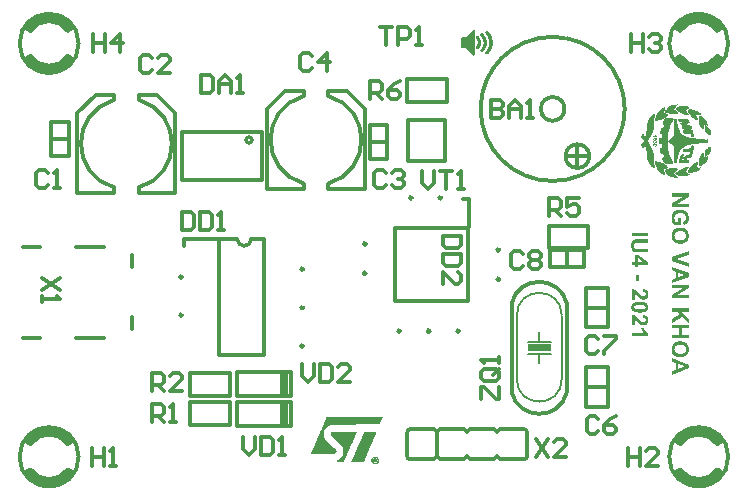
<source format=gto>
G04*
G04 #@! TF.GenerationSoftware,Altium Limited,Altium Designer,21.0.8 (223)*
G04*
G04 Layer_Color=65535*
%FSLAX24Y24*%
%MOIN*%
G70*
G04*
G04 #@! TF.SameCoordinates,F91D3ADF-50DC-415E-B976-C9826125F88D*
G04*
G04*
G04 #@! TF.FilePolarity,Positive*
G04*
G01*
G75*
%ADD10C,0.0070*%
%ADD11C,0.0118*%
G36*
X17724Y4501D02*
X16934D01*
Y4731D01*
X17724D01*
Y4501D01*
D02*
G37*
G36*
X21217Y11695D02*
X21217Y11695D01*
X21218Y11694D01*
X21218Y11694D01*
X21219Y11692D01*
X21220Y11689D01*
X21221Y11686D01*
X21223Y11683D01*
X21226Y11679D01*
X21229Y11675D01*
X21229Y11675D01*
X21229Y11674D01*
X21230Y11674D01*
X21230Y11673D01*
X21232Y11671D01*
X21234Y11669D01*
X21237Y11666D01*
X21241Y11664D01*
X21245Y11661D01*
X21249Y11660D01*
Y11640D01*
X21122D01*
Y11664D01*
X21214D01*
X21213Y11664D01*
X21213Y11665D01*
X21212Y11665D01*
X21212Y11667D01*
X21210Y11668D01*
X21209Y11669D01*
X21208Y11671D01*
X21207Y11673D01*
X21205Y11675D01*
X21204Y11678D01*
X21202Y11680D01*
X21201Y11683D01*
X21198Y11689D01*
X21195Y11695D01*
X21217D01*
Y11695D01*
D02*
G37*
G36*
X21162Y11604D02*
X21164Y11604D01*
X21167Y11603D01*
X21171Y11602D01*
X21174Y11601D01*
X21177Y11599D01*
X21177D01*
X21178Y11599D01*
X21179Y11598D01*
X21180Y11597D01*
X21182Y11595D01*
X21184Y11593D01*
X21186Y11590D01*
X21188Y11587D01*
X21190Y11583D01*
Y11583D01*
X21191Y11584D01*
X21191Y11585D01*
X21192Y11586D01*
X21193Y11588D01*
X21195Y11591D01*
X21197Y11593D01*
X21199Y11595D01*
X21201Y11597D01*
X21202Y11597D01*
X21202Y11598D01*
X21204Y11598D01*
X21206Y11599D01*
X21208Y11600D01*
X21211Y11600D01*
X21213Y11601D01*
X21216Y11601D01*
X21217D01*
X21217D01*
X21218D01*
X21219Y11601D01*
X21220Y11601D01*
X21221Y11601D01*
X21225Y11600D01*
X21228Y11599D01*
X21232Y11597D01*
X21234Y11596D01*
X21236Y11595D01*
X21238Y11593D01*
X21240Y11591D01*
X21240Y11591D01*
X21240Y11591D01*
X21241Y11590D01*
X21241Y11589D01*
X21242Y11588D01*
X21243Y11587D01*
X21244Y11586D01*
X21244Y11584D01*
X21245Y11582D01*
X21246Y11580D01*
X21247Y11578D01*
X21248Y11575D01*
X21248Y11572D01*
X21249Y11570D01*
X21249Y11566D01*
X21249Y11563D01*
Y11561D01*
X21249Y11560D01*
X21249Y11559D01*
X21248Y11557D01*
X21248Y11555D01*
X21248Y11553D01*
X21247Y11548D01*
X21245Y11544D01*
X21244Y11542D01*
X21243Y11539D01*
X21241Y11537D01*
X21240Y11535D01*
X21240Y11535D01*
X21239Y11535D01*
X21239Y11534D01*
X21238Y11534D01*
X21237Y11533D01*
X21236Y11532D01*
X21233Y11530D01*
X21230Y11528D01*
X21226Y11527D01*
X21222Y11526D01*
X21219Y11525D01*
X21216Y11525D01*
X21216D01*
X21216D01*
X21215D01*
X21213Y11525D01*
X21211Y11526D01*
X21209Y11526D01*
X21206Y11527D01*
X21204Y11528D01*
X21201Y11530D01*
X21200Y11530D01*
X21200Y11531D01*
X21198Y11532D01*
X21197Y11533D01*
X21195Y11535D01*
X21194Y11537D01*
X21192Y11540D01*
X21190Y11543D01*
Y11542D01*
X21190Y11542D01*
X21190Y11542D01*
X21190Y11541D01*
X21189Y11539D01*
X21187Y11537D01*
X21186Y11534D01*
X21183Y11531D01*
X21181Y11529D01*
X21178Y11527D01*
X21178Y11526D01*
X21176Y11526D01*
X21175Y11525D01*
X21173Y11524D01*
X21170Y11523D01*
X21167Y11522D01*
X21163Y11521D01*
X21159Y11521D01*
X21159D01*
X21159D01*
X21158D01*
X21156Y11521D01*
X21155Y11522D01*
X21153Y11522D01*
X21151Y11522D01*
X21149Y11523D01*
X21145Y11524D01*
X21142Y11525D01*
X21140Y11526D01*
X21138Y11527D01*
X21135Y11529D01*
X21133Y11530D01*
X21131Y11532D01*
X21131Y11533D01*
X21130Y11533D01*
X21130Y11534D01*
X21129Y11534D01*
X21128Y11536D01*
X21127Y11537D01*
X21127Y11538D01*
X21125Y11540D01*
X21124Y11542D01*
X21123Y11545D01*
X21123Y11547D01*
X21122Y11550D01*
X21121Y11552D01*
X21121Y11556D01*
X21120Y11559D01*
X21120Y11562D01*
Y11564D01*
X21120Y11565D01*
X21120Y11566D01*
X21121Y11568D01*
X21121Y11570D01*
X21121Y11572D01*
X21122Y11577D01*
X21124Y11581D01*
X21125Y11584D01*
X21126Y11586D01*
X21127Y11589D01*
X21129Y11591D01*
X21129Y11591D01*
X21129Y11591D01*
X21130Y11592D01*
X21131Y11593D01*
X21132Y11594D01*
X21133Y11595D01*
X21135Y11596D01*
X21137Y11597D01*
X21139Y11599D01*
X21141Y11600D01*
X21143Y11601D01*
X21146Y11602D01*
X21149Y11603D01*
X21152Y11604D01*
X21155Y11604D01*
X21158Y11604D01*
X21158D01*
X21159D01*
X21159D01*
X21160D01*
X21162Y11604D01*
D02*
G37*
G36*
X21158Y11483D02*
X21158D01*
X21158D01*
X21157Y11483D01*
X21155Y11483D01*
X21153Y11482D01*
X21151Y11481D01*
X21149Y11481D01*
X21147Y11479D01*
X21145Y11477D01*
X21144Y11477D01*
X21144Y11477D01*
X21143Y11475D01*
X21142Y11474D01*
X21141Y11472D01*
X21141Y11470D01*
X21140Y11468D01*
X21140Y11466D01*
Y11465D01*
X21140Y11464D01*
X21140Y11463D01*
X21141Y11461D01*
X21141Y11459D01*
X21142Y11457D01*
X21144Y11455D01*
X21146Y11453D01*
X21146Y11453D01*
X21147Y11452D01*
X21148Y11451D01*
X21150Y11450D01*
X21152Y11449D01*
X21155Y11449D01*
X21158Y11448D01*
X21161Y11448D01*
X21161D01*
X21161D01*
X21163D01*
X21164Y11448D01*
X21166Y11448D01*
X21169Y11449D01*
X21171Y11450D01*
X21174Y11451D01*
X21176Y11453D01*
X21176Y11453D01*
X21177Y11454D01*
X21178Y11455D01*
X21178Y11456D01*
X21180Y11458D01*
X21180Y11460D01*
X21181Y11462D01*
X21181Y11465D01*
Y11467D01*
X21181Y11468D01*
X21181Y11469D01*
X21180Y11471D01*
X21180Y11473D01*
X21179Y11476D01*
X21199Y11473D01*
Y11472D01*
X21199Y11470D01*
X21199Y11468D01*
X21200Y11465D01*
X21200Y11463D01*
X21202Y11460D01*
X21203Y11458D01*
X21203Y11458D01*
X21204Y11457D01*
X21205Y11457D01*
X21206Y11455D01*
X21208Y11455D01*
X21210Y11454D01*
X21212Y11453D01*
X21215Y11453D01*
X21215D01*
X21216D01*
X21217Y11453D01*
X21219Y11453D01*
X21220Y11454D01*
X21222Y11455D01*
X21224Y11455D01*
X21225Y11457D01*
X21225Y11457D01*
X21226Y11457D01*
X21226Y11458D01*
X21227Y11459D01*
X21228Y11461D01*
X21228Y11463D01*
X21229Y11465D01*
X21229Y11467D01*
Y11468D01*
X21229Y11469D01*
X21228Y11471D01*
X21228Y11472D01*
X21227Y11474D01*
X21226Y11476D01*
X21225Y11477D01*
X21224Y11478D01*
X21224Y11478D01*
X21223Y11479D01*
X21221Y11480D01*
X21220Y11481D01*
X21218Y11481D01*
X21215Y11482D01*
X21212Y11483D01*
X21216Y11505D01*
X21216D01*
X21216Y11505D01*
X21217D01*
X21218Y11505D01*
X21220Y11504D01*
X21222Y11503D01*
X21225Y11502D01*
X21228Y11501D01*
X21231Y11500D01*
X21234Y11498D01*
X21234Y11498D01*
X21235Y11497D01*
X21236Y11496D01*
X21238Y11495D01*
X21240Y11493D01*
X21242Y11491D01*
X21243Y11488D01*
X21245Y11485D01*
Y11485D01*
X21245Y11485D01*
X21246Y11483D01*
X21246Y11482D01*
X21247Y11479D01*
X21248Y11477D01*
X21248Y11473D01*
X21249Y11470D01*
X21249Y11466D01*
Y11465D01*
X21249Y11463D01*
X21249Y11462D01*
X21248Y11460D01*
X21248Y11458D01*
X21248Y11456D01*
X21246Y11451D01*
X21245Y11449D01*
X21244Y11447D01*
X21243Y11444D01*
X21241Y11442D01*
X21240Y11440D01*
X21238Y11438D01*
X21237Y11437D01*
X21237Y11437D01*
X21237Y11437D01*
X21236Y11436D01*
X21234Y11435D01*
X21232Y11433D01*
X21228Y11431D01*
X21225Y11430D01*
X21221Y11429D01*
X21219Y11429D01*
X21217Y11429D01*
X21216D01*
X21216D01*
X21215Y11429D01*
X21214Y11429D01*
X21212Y11429D01*
X21211Y11430D01*
X21209Y11430D01*
X21207Y11431D01*
X21205Y11432D01*
X21203Y11433D01*
X21201Y11435D01*
X21198Y11436D01*
X21196Y11439D01*
X21194Y11441D01*
X21192Y11444D01*
X21190Y11447D01*
Y11447D01*
X21190Y11446D01*
Y11446D01*
X21190Y11445D01*
X21189Y11443D01*
X21188Y11441D01*
X21186Y11438D01*
X21185Y11435D01*
X21182Y11432D01*
X21180Y11430D01*
X21179Y11429D01*
X21178Y11429D01*
X21176Y11428D01*
X21174Y11426D01*
X21171Y11425D01*
X21168Y11424D01*
X21164Y11423D01*
X21160Y11423D01*
X21160D01*
X21159D01*
X21158D01*
X21157Y11423D01*
X21156Y11423D01*
X21154Y11424D01*
X21152Y11424D01*
X21150Y11425D01*
X21146Y11426D01*
X21143Y11427D01*
X21141Y11428D01*
X21139Y11430D01*
X21136Y11431D01*
X21134Y11433D01*
X21132Y11435D01*
X21131Y11435D01*
X21131Y11436D01*
X21131Y11437D01*
X21130Y11437D01*
X21129Y11439D01*
X21128Y11440D01*
X21127Y11442D01*
X21126Y11444D01*
X21125Y11446D01*
X21124Y11448D01*
X21123Y11451D01*
X21122Y11453D01*
X21121Y11456D01*
X21121Y11459D01*
X21120Y11462D01*
X21120Y11465D01*
Y11467D01*
X21120Y11468D01*
X21120Y11470D01*
X21121Y11471D01*
X21121Y11473D01*
X21121Y11475D01*
X21122Y11480D01*
X21124Y11485D01*
X21125Y11487D01*
X21127Y11489D01*
X21128Y11492D01*
X21130Y11494D01*
X21130Y11494D01*
X21130Y11494D01*
X21131Y11495D01*
X21132Y11496D01*
X21133Y11497D01*
X21134Y11498D01*
X21135Y11499D01*
X21137Y11500D01*
X21139Y11501D01*
X21140Y11502D01*
X21145Y11504D01*
X21150Y11506D01*
X21153Y11506D01*
X21155Y11507D01*
X21158Y11483D01*
D02*
G37*
G36*
X21190Y11408D02*
X21193Y11408D01*
X21197Y11407D01*
X21200Y11407D01*
X21204Y11407D01*
X21209Y11406D01*
X21213Y11405D01*
X21217Y11404D01*
X21221Y11403D01*
X21225Y11401D01*
X21229Y11400D01*
X21233Y11398D01*
X21236Y11396D01*
X21236Y11396D01*
X21236Y11395D01*
X21237Y11395D01*
X21238Y11394D01*
X21239Y11393D01*
X21240Y11392D01*
X21241Y11390D01*
X21242Y11388D01*
X21244Y11386D01*
X21245Y11384D01*
X21246Y11382D01*
X21247Y11379D01*
X21248Y11377D01*
X21248Y11374D01*
X21249Y11370D01*
X21249Y11367D01*
Y11365D01*
X21249Y11364D01*
X21249Y11363D01*
X21248Y11361D01*
X21248Y11359D01*
X21247Y11357D01*
X21247Y11354D01*
X21246Y11352D01*
X21245Y11350D01*
X21244Y11348D01*
X21242Y11345D01*
X21240Y11343D01*
X21238Y11341D01*
X21236Y11339D01*
X21236Y11338D01*
X21235Y11338D01*
X21234Y11338D01*
X21233Y11337D01*
X21231Y11336D01*
X21229Y11335D01*
X21227Y11334D01*
X21224Y11332D01*
X21220Y11331D01*
X21216Y11330D01*
X21212Y11329D01*
X21208Y11328D01*
X21202Y11327D01*
X21197Y11327D01*
X21191Y11326D01*
X21184Y11326D01*
X21184D01*
X21184D01*
X21184D01*
X21183D01*
X21181D01*
X21179Y11326D01*
X21176Y11327D01*
X21172Y11327D01*
X21169Y11327D01*
X21165Y11328D01*
X21160Y11328D01*
X21156Y11329D01*
X21152Y11330D01*
X21148Y11332D01*
X21143Y11333D01*
X21140Y11335D01*
X21136Y11336D01*
X21133Y11339D01*
X21133Y11339D01*
X21132Y11339D01*
X21132Y11340D01*
X21131Y11340D01*
X21130Y11342D01*
X21129Y11343D01*
X21128Y11344D01*
X21127Y11346D01*
X21125Y11348D01*
X21124Y11350D01*
X21123Y11352D01*
X21122Y11355D01*
X21121Y11358D01*
X21121Y11361D01*
X21120Y11364D01*
X21120Y11367D01*
Y11368D01*
X21120Y11369D01*
Y11370D01*
X21120Y11372D01*
X21121Y11374D01*
X21121Y11376D01*
X21122Y11378D01*
X21123Y11380D01*
X21123Y11382D01*
X21125Y11385D01*
X21126Y11387D01*
X21127Y11390D01*
X21129Y11392D01*
X21131Y11395D01*
X21134Y11397D01*
X21134Y11397D01*
X21135Y11397D01*
X21136Y11398D01*
X21137Y11399D01*
X21138Y11399D01*
X21140Y11400D01*
X21143Y11401D01*
X21146Y11402D01*
X21149Y11403D01*
X21153Y11405D01*
X21157Y11405D01*
X21161Y11406D01*
X21166Y11407D01*
X21172Y11407D01*
X21178Y11408D01*
X21185Y11408D01*
X21185D01*
X21185D01*
X21186D01*
X21186D01*
X21188D01*
X21190Y11408D01*
D02*
G37*
G36*
X11115Y1825D02*
X11178D01*
X11188Y1823D01*
X11198D01*
X11205Y1822D01*
X11219Y1819D01*
X11226Y1815D01*
X11232Y1810D01*
X11233Y1807D01*
X11235Y1806D01*
Y1804D01*
Y1801D01*
X11232Y1796D01*
X11227Y1782D01*
X11224Y1775D01*
X11221Y1769D01*
X11220Y1765D01*
X11219Y1764D01*
X11207Y1736D01*
X11201Y1721D01*
X11195Y1710D01*
X11191Y1698D01*
X11186Y1689D01*
X11185Y1683D01*
X11184Y1682D01*
X11176Y1663D01*
X11166Y1643D01*
X11157Y1621D01*
X11149Y1599D01*
X11140Y1580D01*
X11133Y1564D01*
X11131Y1558D01*
X11128Y1554D01*
X11127Y1551D01*
Y1549D01*
X11112Y1517D01*
X11099Y1488D01*
X11087Y1460D01*
X11077Y1435D01*
X11068Y1415D01*
X11061Y1399D01*
X11058Y1393D01*
X11057Y1389D01*
X11055Y1387D01*
Y1386D01*
X11030Y1329D01*
X11017Y1301D01*
X11007Y1277D01*
X10997Y1255D01*
X10994Y1246D01*
X10990Y1237D01*
X10988Y1231D01*
X10985Y1227D01*
X10984Y1224D01*
Y1223D01*
X10971Y1192D01*
X10959Y1166D01*
X10950Y1144D01*
X10941Y1125D01*
X10936Y1110D01*
X10931Y1100D01*
X10928Y1093D01*
X10927Y1091D01*
X10912Y1056D01*
X10905Y1040D01*
X10899Y1024D01*
X10893Y1011D01*
X10889Y1001D01*
X10886Y995D01*
X10885Y992D01*
X10876Y973D01*
X10869Y957D01*
X10863Y943D01*
X10858Y930D01*
X10854Y919D01*
X10851Y912D01*
X10848Y908D01*
Y906D01*
X10807Y813D01*
X10672D01*
X10650Y814D01*
X10632D01*
X10618Y816D01*
X10608D01*
X10602Y817D01*
X10596D01*
X10589Y819D01*
X10583Y823D01*
X10580Y827D01*
X10578Y832D01*
X10577Y841D01*
Y844D01*
Y845D01*
X10578Y848D01*
X10580Y851D01*
X10586Y855D01*
X10590Y860D01*
X10593Y861D01*
X10606Y868D01*
X10616Y876D01*
X10624Y880D01*
X10627Y881D01*
X10647Y893D01*
X10664Y905D01*
X10672Y911D01*
X10678Y915D01*
X10682Y918D01*
X10683Y919D01*
X10694Y928D01*
X10704Y937D01*
X10711Y944D01*
X10717Y950D01*
X10724Y959D01*
X10727Y960D01*
Y962D01*
X10743Y985D01*
X10755Y1007D01*
X10759Y1016D01*
X10764Y1023D01*
X10765Y1027D01*
X10767Y1029D01*
X10774Y1043D01*
X10780Y1056D01*
X10784Y1067D01*
X10788Y1077D01*
X10791Y1086D01*
X10794Y1091D01*
X10796Y1094D01*
Y1096D01*
X10797Y1107D01*
Y1118D01*
Y1126D01*
Y1128D01*
Y1129D01*
Y1145D01*
Y1160D01*
Y1166D01*
Y1170D01*
Y1173D01*
Y1174D01*
X10796Y1192D01*
Y1208D01*
X10794Y1221D01*
X10793Y1233D01*
X10791Y1242D01*
X10790Y1247D01*
X10788Y1252D01*
Y1253D01*
X10781Y1275D01*
X10774Y1294D01*
X10769Y1301D01*
X10767Y1307D01*
X10765Y1312D01*
X10764Y1313D01*
X10746Y1341D01*
X10736Y1352D01*
X10729Y1363D01*
X10721Y1371D01*
X10716Y1379D01*
X10711Y1383D01*
X10710Y1384D01*
X10702Y1392D01*
X10694Y1400D01*
X10685Y1411D01*
X10673Y1422D01*
X10648Y1447D01*
X10622Y1472D01*
X10597Y1497D01*
X10586Y1507D01*
X10576Y1516D01*
X10568Y1523D01*
X10562Y1530D01*
X10558Y1533D01*
X10557Y1535D01*
X10530Y1559D01*
X10507Y1583D01*
X10487Y1603D01*
X10469Y1621D01*
X10455Y1634D01*
X10444Y1644D01*
X10438Y1651D01*
X10436Y1653D01*
X10420Y1670D01*
X10406Y1683D01*
X10398Y1694D01*
X10390Y1702D01*
X10386Y1708D01*
X10383Y1711D01*
X10382Y1714D01*
X10379Y1723D01*
X10376Y1729D01*
X10374Y1733D01*
Y1734D01*
Y1742D01*
X10376Y1750D01*
X10377Y1756D01*
Y1759D01*
X10382Y1775D01*
X10387Y1787D01*
X10392Y1794D01*
X10393Y1797D01*
X10398Y1801D01*
X10403Y1804D01*
X10411Y1807D01*
X10417D01*
X10420Y1806D01*
X10440Y1813D01*
X10441Y1815D01*
X10444Y1817D01*
X10447Y1819D01*
X10453Y1820D01*
X10468Y1822D01*
X10484Y1823D01*
X10498Y1825D01*
X10587D01*
X10611Y1826D01*
X11098D01*
X11115Y1825D01*
D02*
G37*
G36*
X12055Y2172D02*
X12009Y2062D01*
X10399Y2058D01*
X10363Y2046D01*
X10347Y2041D01*
X10334Y2033D01*
X10320Y2027D01*
X10310Y2023D01*
X10303Y2019D01*
X10296Y2016D01*
X10293Y2014D01*
X10291Y2013D01*
X10281Y2006D01*
X10271Y1998D01*
X10252Y1982D01*
X10245Y1976D01*
X10239Y1971D01*
X10234Y1966D01*
X10233Y1965D01*
X10211Y1941D01*
X10204Y1931D01*
X10196Y1922D01*
X10191Y1915D01*
X10186Y1909D01*
X10185Y1906D01*
X10183Y1905D01*
X10172Y1883D01*
X10161Y1861D01*
X10159Y1852D01*
X10156Y1845D01*
X10153Y1839D01*
Y1838D01*
X10148Y1825D01*
X10147Y1813D01*
X10144Y1806D01*
Y1804D01*
Y1803D01*
X10143Y1790D01*
Y1775D01*
Y1769D01*
Y1765D01*
Y1762D01*
Y1761D01*
Y1745D01*
Y1731D01*
Y1721D01*
Y1712D01*
Y1707D01*
Y1704D01*
Y1701D01*
X10144Y1691D01*
X10147Y1679D01*
X10148Y1669D01*
X10150Y1666D01*
Y1664D01*
X10157Y1643D01*
X10160Y1634D01*
X10163Y1626D01*
X10166Y1621D01*
X10167Y1616D01*
X10169Y1613D01*
Y1612D01*
X10178Y1597D01*
X10185Y1583D01*
X10188Y1578D01*
X10191Y1574D01*
X10194Y1571D01*
Y1570D01*
X10211Y1548D01*
X10229Y1529D01*
X10236Y1520D01*
X10242Y1514D01*
X10245Y1511D01*
X10246Y1510D01*
X10253Y1504D01*
X10261Y1495D01*
X10271Y1485D01*
X10282Y1473D01*
X10307Y1447D01*
X10335Y1419D01*
X10360Y1393D01*
X10370Y1382D01*
X10380Y1371D01*
X10389Y1363D01*
X10395Y1357D01*
X10399Y1352D01*
X10401Y1351D01*
X10421Y1333D01*
X10438Y1319D01*
X10455Y1304D01*
X10469Y1291D01*
X10482Y1279D01*
X10494Y1269D01*
X10504Y1261D01*
X10511Y1253D01*
X10525Y1240D01*
X10533Y1231D01*
X10538Y1227D01*
X10539Y1226D01*
X10548Y1214D01*
X10555Y1202D01*
X10560Y1192D01*
X10564Y1183D01*
X10565Y1174D01*
X10567Y1169D01*
Y1164D01*
Y1163D01*
X10565Y1145D01*
X10561Y1132D01*
X10558Y1126D01*
X10555Y1122D01*
X10554Y1121D01*
Y1119D01*
X10543Y1107D01*
X10530Y1097D01*
X10525Y1094D01*
X10520Y1091D01*
X10517Y1088D01*
X10516D01*
X10510Y1086D01*
X10500Y1084D01*
X10487Y1083D01*
X10475Y1081D01*
X10462D01*
X10452Y1080D01*
X9766D01*
X9758Y1081D01*
X9742Y1084D01*
X9731Y1088D01*
X9724Y1094D01*
X9720Y1099D01*
X9718Y1103D01*
X9717Y1106D01*
Y1107D01*
X9718Y1112D01*
X9723Y1119D01*
X9727Y1131D01*
X9733Y1142D01*
X9737Y1154D01*
X9742Y1163D01*
X9744Y1170D01*
X9746Y1173D01*
X9756Y1196D01*
X9766Y1221D01*
X9778Y1246D01*
X9787Y1269D01*
X9796Y1288D01*
X9803Y1304D01*
X9806Y1310D01*
X9807Y1314D01*
X9809Y1317D01*
Y1319D01*
X9822Y1349D01*
X9835Y1380D01*
X9847Y1408D01*
X9857Y1433D01*
X9865Y1454D01*
X9870Y1463D01*
X9873Y1470D01*
X9876Y1476D01*
X9877Y1481D01*
X9879Y1484D01*
Y1485D01*
X9892Y1514D01*
X9902Y1538D01*
X9911Y1556D01*
X9917Y1571D01*
X9922Y1583D01*
X9925Y1590D01*
X9928Y1594D01*
Y1596D01*
X9934Y1610D01*
X9943Y1628D01*
X9950Y1647D01*
X9959Y1667D01*
X9966Y1685D01*
X9972Y1699D01*
X9975Y1705D01*
X9976Y1710D01*
X9978Y1712D01*
Y1714D01*
X9991Y1746D01*
X10004Y1777D01*
X10017Y1804D01*
X10027Y1831D01*
X10036Y1851D01*
X10040Y1860D01*
X10043Y1867D01*
X10046Y1873D01*
X10048Y1879D01*
X10049Y1880D01*
Y1882D01*
X10067Y1921D01*
X10083Y1959D01*
X10097Y1992D01*
X10110Y2023D01*
X10124Y2052D01*
X10134Y2077D01*
X10144Y2099D01*
X10153Y2119D01*
X10160Y2137D01*
X10166Y2151D01*
X10172Y2163D01*
X10176Y2173D01*
X10179Y2181D01*
X10182Y2186D01*
X10183Y2189D01*
Y2191D01*
X10191Y2207D01*
X10196Y2220D01*
X10201Y2233D01*
X10205Y2243D01*
X10210Y2252D01*
X10213Y2259D01*
X10218Y2271D01*
X10221Y2278D01*
X10223Y2283D01*
X10224Y2284D01*
X10240Y2287D01*
X10231Y2307D01*
X12106D01*
X12055Y2172D01*
D02*
G37*
G36*
X11888Y991D02*
X11894Y989D01*
X11898D01*
X11901Y988D01*
X11902D01*
X11910Y985D01*
X11918Y981D01*
X11933Y969D01*
X11939Y963D01*
X11943Y959D01*
X11946Y956D01*
X11948Y954D01*
X11956Y944D01*
X11964Y935D01*
X11969Y927D01*
X11974Y919D01*
X11977Y913D01*
X11978Y909D01*
X11980Y906D01*
Y905D01*
X11983Y892D01*
X11984Y879D01*
Y867D01*
X11983Y857D01*
Y848D01*
X11981Y842D01*
X11980Y838D01*
Y836D01*
X11975Y825D01*
X11971Y813D01*
X11958Y794D01*
X11952Y785D01*
X11946Y779D01*
X11943Y775D01*
X11942Y774D01*
X11924Y760D01*
X11907Y750D01*
X11888Y744D01*
X11870Y741D01*
X11856Y740D01*
X11832D01*
X11809Y746D01*
X11790Y753D01*
X11774Y765D01*
X11761Y775D01*
X11751Y787D01*
X11745Y795D01*
X11740Y801D01*
X11739Y804D01*
X11733Y817D01*
X11729Y830D01*
X11726Y842D01*
X11724Y854D01*
X11723Y864D01*
Y871D01*
Y876D01*
Y877D01*
X11724Y890D01*
X11729Y903D01*
X11732Y915D01*
X11736Y924D01*
X11740Y932D01*
X11745Y938D01*
X11746Y941D01*
X11748Y943D01*
X11759Y956D01*
X11768Y966D01*
X11775Y972D01*
X11778Y973D01*
X11784Y976D01*
X11789Y979D01*
X11797D01*
X11803Y976D01*
X11805Y975D01*
X11827Y982D01*
X11835Y989D01*
X11845Y992D01*
X11873D01*
X11888Y991D01*
D02*
G37*
G36*
X11824Y1825D02*
X11845D01*
X11863Y1823D01*
X11876Y1822D01*
X11885Y1819D01*
X11891Y1815D01*
X11894Y1810D01*
X11896Y1807D01*
Y1806D01*
Y1804D01*
Y1803D01*
X11895Y1800D01*
X11891Y1790D01*
X11886Y1781D01*
X11885Y1778D01*
Y1777D01*
X11878Y1758D01*
X11869Y1739D01*
X11866Y1731D01*
X11864Y1726D01*
X11861Y1721D01*
Y1720D01*
X11856Y1707D01*
X11848Y1692D01*
X11832Y1659D01*
X11827Y1644D01*
X11821Y1632D01*
X11818Y1624D01*
X11816Y1622D01*
Y1621D01*
X11806Y1596D01*
X11796Y1573D01*
X11787Y1551D01*
X11778Y1530D01*
X11771Y1514D01*
X11765Y1501D01*
X11762Y1494D01*
X11761Y1492D01*
Y1491D01*
X11751Y1468D01*
X11742Y1446D01*
X11732Y1424D01*
X11724Y1405D01*
X11717Y1390D01*
X11711Y1377D01*
X11708Y1370D01*
X11707Y1367D01*
X11698Y1347D01*
X11691Y1329D01*
X11684Y1314D01*
X11679Y1303D01*
X11675Y1294D01*
X11672Y1287D01*
X11671Y1284D01*
Y1282D01*
X11666Y1272D01*
X11660Y1261D01*
X11649Y1233D01*
X11644Y1221D01*
X11640Y1211D01*
X11637Y1204D01*
X11636Y1201D01*
X11617Y1158D01*
X11608Y1138D01*
X11601Y1119D01*
X11593Y1103D01*
X11587Y1091D01*
X11584Y1083D01*
X11583Y1081D01*
Y1080D01*
X11566Y1039D01*
X11557Y1021D01*
X11549Y1005D01*
X11544Y991D01*
X11539Y981D01*
X11536Y975D01*
X11535Y972D01*
X11526Y953D01*
X11520Y937D01*
X11513Y922D01*
X11509Y912D01*
X11504Y902D01*
X11503Y896D01*
X11500Y892D01*
Y890D01*
X11466Y813D01*
X11188D01*
X11167Y814D01*
X11114D01*
X11105Y816D01*
X11089Y817D01*
X11079Y820D01*
X11070Y823D01*
X11065Y826D01*
X11064Y827D01*
X11063Y830D01*
X11064Y833D01*
X11065Y841D01*
X11068Y848D01*
X11073Y857D01*
X11076Y865D01*
X11079Y873D01*
X11080Y879D01*
X11081Y880D01*
X11086Y890D01*
X11090Y900D01*
X11102Y927D01*
X11115Y956D01*
X11127Y986D01*
X11140Y1014D01*
X11144Y1026D01*
X11150Y1036D01*
X11153Y1045D01*
X11156Y1052D01*
X11159Y1056D01*
Y1058D01*
X11173Y1091D01*
X11181Y1107D01*
X11186Y1122D01*
X11192Y1135D01*
X11197Y1145D01*
X11200Y1151D01*
X11201Y1154D01*
X11210Y1174D01*
X11217Y1192D01*
X11223Y1207D01*
X11229Y1220D01*
X11233Y1230D01*
X11236Y1237D01*
X11239Y1242D01*
Y1243D01*
X11245Y1258D01*
X11251Y1272D01*
X11258Y1287D01*
X11264Y1301D01*
X11270Y1313D01*
X11274Y1323D01*
X11277Y1329D01*
X11278Y1332D01*
X11287Y1352D01*
X11296Y1371D01*
X11303Y1387D01*
X11309Y1403D01*
X11313Y1417D01*
X11318Y1425D01*
X11319Y1433D01*
X11321Y1434D01*
X11338Y1475D01*
X11347Y1494D01*
X11356Y1511D01*
X11361Y1527D01*
X11367Y1539D01*
X11370Y1546D01*
X11372Y1549D01*
X11382Y1573D01*
X11391Y1593D01*
X11399Y1612D01*
X11407Y1628D01*
X11412Y1641D01*
X11417Y1651D01*
X11418Y1657D01*
X11420Y1659D01*
X11431Y1688D01*
X11437Y1702D01*
X11443Y1714D01*
X11447Y1724D01*
X11450Y1731D01*
X11452Y1737D01*
X11453Y1739D01*
X11459Y1753D01*
X11465Y1765D01*
X11469Y1774D01*
X11472Y1781D01*
X11474Y1787D01*
X11475Y1790D01*
X11477Y1793D01*
X11494Y1826D01*
X11808D01*
X11824Y1825D01*
D02*
G37*
G36*
X22299Y9653D02*
X21925Y9424D01*
X22299D01*
Y9321D01*
X21744D01*
Y9433D01*
X22110Y9658D01*
X21744D01*
Y9762D01*
X22299D01*
Y9653D01*
D02*
G37*
G36*
X22037Y9222D02*
X22046D01*
X22054Y9221D01*
X22064Y9219D01*
X22075Y9218D01*
X22098Y9214D01*
X22125Y9207D01*
X22151Y9199D01*
X22164Y9193D01*
X22177Y9186D01*
X22178Y9186D01*
X22180Y9185D01*
X22183Y9182D01*
X22188Y9180D01*
X22194Y9176D01*
X22200Y9171D01*
X22207Y9166D01*
X22215Y9160D01*
X22223Y9153D01*
X22232Y9145D01*
X22241Y9136D01*
X22250Y9126D01*
X22258Y9116D01*
X22267Y9106D01*
X22281Y9081D01*
Y9080D01*
X22283Y9078D01*
X22283Y9075D01*
X22286Y9071D01*
X22287Y9066D01*
X22290Y9060D01*
X22292Y9052D01*
X22295Y9044D01*
X22298Y9035D01*
X22300Y9025D01*
X22303Y9013D01*
X22305Y9002D01*
X22308Y8977D01*
X22309Y8948D01*
Y8938D01*
X22308Y8931D01*
X22307Y8922D01*
X22307Y8912D01*
X22306Y8901D01*
X22303Y8889D01*
X22299Y8863D01*
X22291Y8836D01*
X22286Y8823D01*
X22280Y8810D01*
X22274Y8798D01*
X22266Y8787D01*
X22265Y8786D01*
X22264Y8784D01*
X22261Y8781D01*
X22258Y8777D01*
X22254Y8772D01*
X22248Y8768D01*
X22242Y8762D01*
X22235Y8756D01*
X22227Y8749D01*
X22218Y8743D01*
X22208Y8736D01*
X22197Y8731D01*
X22186Y8724D01*
X22174Y8720D01*
X22160Y8715D01*
X22146Y8712D01*
X22126Y8823D01*
X22126D01*
X22127Y8824D01*
X22132Y8825D01*
X22139Y8828D01*
X22149Y8833D01*
X22159Y8839D01*
X22170Y8847D01*
X22180Y8856D01*
X22190Y8868D01*
X22190Y8869D01*
X22194Y8873D01*
X22198Y8881D01*
X22202Y8889D01*
X22207Y8901D01*
X22210Y8915D01*
X22213Y8930D01*
X22214Y8948D01*
Y8955D01*
X22213Y8960D01*
X22212Y8966D01*
X22211Y8973D01*
X22210Y8981D01*
X22208Y8990D01*
X22202Y9009D01*
X22199Y9018D01*
X22194Y9028D01*
X22188Y9038D01*
X22182Y9047D01*
X22174Y9056D01*
X22166Y9065D01*
X22166Y9066D01*
X22164Y9066D01*
X22162Y9069D01*
X22158Y9071D01*
X22153Y9074D01*
X22147Y9078D01*
X22140Y9082D01*
X22132Y9086D01*
X22122Y9090D01*
X22112Y9094D01*
X22101Y9098D01*
X22089Y9101D01*
X22075Y9103D01*
X22060Y9106D01*
X22045Y9106D01*
X22028Y9107D01*
X22027D01*
X22024D01*
X22018D01*
X22012Y9106D01*
X22003Y9106D01*
X21994Y9105D01*
X21983Y9103D01*
X21972Y9102D01*
X21948Y9097D01*
X21923Y9089D01*
X21911Y9084D01*
X21900Y9078D01*
X21889Y9071D01*
X21879Y9064D01*
X21878Y9063D01*
X21876Y9062D01*
X21874Y9059D01*
X21871Y9056D01*
X21868Y9051D01*
X21863Y9046D01*
X21859Y9040D01*
X21854Y9033D01*
X21849Y9025D01*
X21845Y9017D01*
X21837Y8997D01*
X21834Y8985D01*
X21832Y8974D01*
X21830Y8961D01*
X21829Y8949D01*
Y8942D01*
X21830Y8936D01*
X21831Y8926D01*
X21832Y8916D01*
X21835Y8904D01*
X21838Y8891D01*
X21843Y8878D01*
Y8877D01*
X21844Y8877D01*
X21845Y8873D01*
X21848Y8865D01*
X21852Y8857D01*
X21857Y8848D01*
X21863Y8837D01*
X21869Y8827D01*
X21876Y8817D01*
X21948D01*
Y8945D01*
X22041D01*
Y8704D01*
X21819D01*
X21817Y8706D01*
X21816Y8708D01*
X21813Y8711D01*
X21810Y8715D01*
X21807Y8719D01*
X21799Y8730D01*
X21790Y8745D01*
X21780Y8763D01*
X21769Y8783D01*
X21760Y8807D01*
Y8808D01*
X21759Y8810D01*
X21757Y8813D01*
X21756Y8818D01*
X21754Y8824D01*
X21752Y8832D01*
X21749Y8840D01*
X21747Y8848D01*
X21742Y8868D01*
X21738Y8892D01*
X21735Y8916D01*
X21734Y8941D01*
Y8950D01*
X21735Y8956D01*
Y8964D01*
X21736Y8973D01*
X21737Y8982D01*
X21739Y8993D01*
X21743Y9017D01*
X21749Y9042D01*
X21758Y9069D01*
X21764Y9081D01*
X21770Y9094D01*
X21771Y9094D01*
X21772Y9096D01*
X21774Y9100D01*
X21777Y9104D01*
X21780Y9110D01*
X21785Y9115D01*
X21791Y9122D01*
X21797Y9130D01*
X21812Y9146D01*
X21830Y9162D01*
X21851Y9177D01*
X21875Y9190D01*
X21876D01*
X21878Y9192D01*
X21882Y9194D01*
X21887Y9195D01*
X21893Y9198D01*
X21901Y9201D01*
X21909Y9203D01*
X21919Y9207D01*
X21929Y9210D01*
X21941Y9212D01*
X21966Y9218D01*
X21993Y9221D01*
X22023Y9223D01*
X22024D01*
X22027D01*
X22032D01*
X22037Y9222D01*
D02*
G37*
G36*
X20955Y8344D02*
X20400D01*
Y8456D01*
X20955D01*
Y8344D01*
D02*
G37*
G36*
X22032Y8623D02*
X22039D01*
X22047Y8622D01*
X22057Y8621D01*
X22067Y8620D01*
X22090Y8617D01*
X22114Y8613D01*
X22138Y8607D01*
X22160Y8599D01*
X22161D01*
X22162Y8598D01*
X22164Y8596D01*
X22167Y8595D01*
X22175Y8591D01*
X22186Y8585D01*
X22198Y8578D01*
X22210Y8569D01*
X22223Y8559D01*
X22236Y8547D01*
X22237Y8547D01*
X22238Y8546D01*
X22242Y8542D01*
X22248Y8534D01*
X22255Y8526D01*
X22263Y8515D01*
X22272Y8503D01*
X22280Y8490D01*
X22287Y8475D01*
Y8474D01*
X22287Y8473D01*
X22289Y8470D01*
X22290Y8466D01*
X22292Y8461D01*
X22294Y8455D01*
X22295Y8448D01*
X22298Y8441D01*
X22302Y8423D01*
X22306Y8403D01*
X22308Y8380D01*
X22309Y8356D01*
Y8350D01*
X22308Y8344D01*
Y8336D01*
X22307Y8325D01*
X22305Y8313D01*
X22303Y8300D01*
X22299Y8285D01*
X22295Y8270D01*
X22291Y8254D01*
X22284Y8238D01*
X22277Y8221D01*
X22268Y8205D01*
X22258Y8189D01*
X22246Y8174D01*
X22232Y8160D01*
X22231Y8159D01*
X22229Y8156D01*
X22224Y8152D01*
X22219Y8148D01*
X22211Y8143D01*
X22201Y8136D01*
X22190Y8130D01*
X22177Y8123D01*
X22163Y8116D01*
X22147Y8109D01*
X22130Y8103D01*
X22111Y8097D01*
X22090Y8092D01*
X22069Y8089D01*
X22046Y8087D01*
X22021Y8086D01*
X22019D01*
X22015D01*
X22008Y8087D01*
X21998D01*
X21987Y8088D01*
X21974Y8090D01*
X21959Y8092D01*
X21944Y8095D01*
X21927Y8099D01*
X21909Y8104D01*
X21892Y8110D01*
X21874Y8117D01*
X21857Y8125D01*
X21840Y8136D01*
X21824Y8147D01*
X21809Y8160D01*
X21808Y8160D01*
X21806Y8163D01*
X21802Y8167D01*
X21797Y8173D01*
X21792Y8180D01*
X21785Y8189D01*
X21779Y8200D01*
X21772Y8211D01*
X21764Y8224D01*
X21758Y8239D01*
X21752Y8255D01*
X21746Y8273D01*
X21741Y8291D01*
X21737Y8311D01*
X21735Y8332D01*
X21734Y8354D01*
Y8360D01*
X21735Y8366D01*
X21736Y8374D01*
X21736Y8385D01*
X21738Y8397D01*
X21740Y8410D01*
X21744Y8425D01*
X21748Y8441D01*
X21752Y8456D01*
X21759Y8473D01*
X21766Y8489D01*
X21774Y8506D01*
X21784Y8521D01*
X21796Y8536D01*
X21809Y8551D01*
X21810Y8551D01*
X21812Y8554D01*
X21817Y8557D01*
X21823Y8562D01*
X21831Y8567D01*
X21840Y8574D01*
X21851Y8580D01*
X21864Y8587D01*
X21877Y8594D01*
X21893Y8600D01*
X21910Y8607D01*
X21929Y8612D01*
X21949Y8617D01*
X21970Y8620D01*
X21993Y8623D01*
X22017Y8623D01*
X22018D01*
X22021D01*
X22025D01*
X22032Y8623D01*
D02*
G37*
G36*
X20955Y8126D02*
X20654D01*
X20653D01*
X20650D01*
X20647D01*
X20642D01*
X20636D01*
X20629D01*
X20615Y8126D01*
X20599D01*
X20584Y8125D01*
X20577Y8124D01*
X20570D01*
X20565Y8123D01*
X20561Y8122D01*
X20559D01*
X20555Y8121D01*
X20549Y8118D01*
X20541Y8115D01*
X20532Y8111D01*
X20523Y8105D01*
X20513Y8098D01*
X20505Y8089D01*
X20505Y8087D01*
X20502Y8084D01*
X20499Y8078D01*
X20496Y8069D01*
X20492Y8058D01*
X20489Y8045D01*
X20486Y8031D01*
X20485Y8014D01*
Y8006D01*
X20486Y7998D01*
X20488Y7988D01*
X20490Y7976D01*
X20493Y7965D01*
X20498Y7953D01*
X20505Y7943D01*
X20505Y7942D01*
X20508Y7939D01*
X20512Y7935D01*
X20517Y7930D01*
X20525Y7925D01*
X20533Y7921D01*
X20541Y7917D01*
X20552Y7914D01*
X20553D01*
X20557Y7913D01*
X20565Y7912D01*
X20574Y7911D01*
X20581D01*
X20588Y7910D01*
X20596D01*
X20604Y7909D01*
X20613D01*
X20624Y7908D01*
X20635D01*
X20647D01*
X20955D01*
Y7796D01*
X20662D01*
X20662D01*
X20658D01*
X20653D01*
X20646D01*
X20638D01*
X20629Y7797D01*
X20618D01*
X20608D01*
X20585Y7799D01*
X20561Y7800D01*
X20550Y7801D01*
X20540Y7803D01*
X20530Y7804D01*
X20521Y7806D01*
X20521D01*
X20520Y7807D01*
X20517D01*
X20515Y7808D01*
X20507Y7810D01*
X20497Y7813D01*
X20486Y7818D01*
X20475Y7824D01*
X20463Y7831D01*
X20452Y7840D01*
X20450Y7840D01*
X20447Y7844D01*
X20442Y7849D01*
X20436Y7856D01*
X20428Y7866D01*
X20421Y7877D01*
X20413Y7890D01*
X20407Y7904D01*
Y7905D01*
X20406Y7906D01*
X20405Y7908D01*
X20404Y7912D01*
X20403Y7916D01*
X20401Y7921D01*
X20400Y7927D01*
X20399Y7933D01*
X20396Y7949D01*
X20392Y7967D01*
X20391Y7988D01*
X20390Y8011D01*
Y8024D01*
X20391Y8031D01*
Y8038D01*
X20392Y8047D01*
X20392Y8056D01*
X20394Y8075D01*
X20397Y8095D01*
X20402Y8115D01*
X20404Y8124D01*
X20408Y8132D01*
Y8133D01*
X20408Y8134D01*
X20411Y8138D01*
X20415Y8146D01*
X20420Y8155D01*
X20428Y8166D01*
X20436Y8177D01*
X20445Y8187D01*
X20456Y8197D01*
X20457Y8198D01*
X20460Y8201D01*
X20467Y8205D01*
X20475Y8210D01*
X20484Y8214D01*
X20494Y8220D01*
X20505Y8224D01*
X20517Y8228D01*
X20518D01*
X20520Y8229D01*
X20522D01*
X20526Y8230D01*
X20531Y8231D01*
X20537Y8231D01*
X20545Y8232D01*
X20553Y8233D01*
X20562Y8235D01*
X20573Y8235D01*
X20584Y8236D01*
X20597Y8237D01*
X20610Y8238D01*
X20625D01*
X20642Y8239D01*
X20658D01*
X20955D01*
Y8126D01*
D02*
G37*
G36*
X22299Y7718D02*
X21889Y7577D01*
X22299Y7442D01*
Y7323D01*
X21744Y7520D01*
Y7641D01*
X22299Y7839D01*
Y7718D01*
D02*
G37*
G36*
X20957Y7480D02*
Y7390D01*
X20605D01*
Y7321D01*
X20512D01*
Y7390D01*
X20400D01*
Y7493D01*
X20512D01*
Y7720D01*
X20604D01*
X20957Y7480D01*
D02*
G37*
G36*
X20655Y6836D02*
X20549D01*
Y7045D01*
X20655D01*
Y6836D01*
D02*
G37*
G36*
X22299Y7108D02*
Y6989D01*
X21744Y6767D01*
Y6888D01*
X21870Y6936D01*
Y7158D01*
X21744Y7204D01*
Y7323D01*
X22299Y7108D01*
D02*
G37*
G36*
Y6598D02*
X21925Y6369D01*
X22299D01*
Y6266D01*
X21744D01*
Y6378D01*
X22110Y6603D01*
X21744D01*
Y6707D01*
X22299D01*
Y6598D01*
D02*
G37*
G36*
X20406Y6595D02*
X20410Y6594D01*
X20415Y6593D01*
X20420Y6592D01*
X20435Y6589D01*
X20451Y6584D01*
X20468Y6578D01*
X20488Y6570D01*
X20506Y6560D01*
X20507D01*
X20509Y6558D01*
X20512Y6556D01*
X20515Y6553D01*
X20521Y6550D01*
X20526Y6545D01*
X20533Y6540D01*
X20541Y6533D01*
X20551Y6526D01*
X20561Y6517D01*
X20572Y6508D01*
X20584Y6496D01*
X20596Y6484D01*
X20609Y6471D01*
X20624Y6456D01*
X20639Y6440D01*
X20640Y6439D01*
X20642Y6437D01*
X20646Y6434D01*
X20650Y6429D01*
X20655Y6423D01*
X20662Y6416D01*
X20676Y6402D01*
X20691Y6387D01*
X20706Y6373D01*
X20713Y6367D01*
X20720Y6360D01*
X20726Y6355D01*
X20730Y6352D01*
X20732Y6351D01*
X20736Y6349D01*
X20742Y6345D01*
X20751Y6341D01*
X20761Y6337D01*
X20772Y6333D01*
X20783Y6331D01*
X20795Y6330D01*
X20796D01*
X20797D01*
X20801D01*
X20808Y6331D01*
X20816Y6332D01*
X20825Y6335D01*
X20834Y6338D01*
X20843Y6343D01*
X20851Y6349D01*
X20851Y6350D01*
X20854Y6352D01*
X20857Y6357D01*
X20860Y6363D01*
X20863Y6371D01*
X20867Y6379D01*
X20869Y6390D01*
X20870Y6402D01*
Y6407D01*
X20869Y6414D01*
X20867Y6421D01*
X20865Y6430D01*
X20861Y6439D01*
X20856Y6447D01*
X20850Y6455D01*
X20849Y6456D01*
X20846Y6459D01*
X20841Y6462D01*
X20834Y6465D01*
X20825Y6469D01*
X20813Y6472D01*
X20799Y6476D01*
X20783Y6477D01*
X20794Y6583D01*
X20794D01*
X20798Y6582D01*
X20802D01*
X20808Y6580D01*
X20815Y6580D01*
X20823Y6577D01*
X20832Y6575D01*
X20843Y6572D01*
X20863Y6564D01*
X20883Y6555D01*
X20894Y6548D01*
X20903Y6541D01*
X20911Y6533D01*
X20919Y6524D01*
X20920Y6524D01*
X20921Y6522D01*
X20923Y6520D01*
X20926Y6516D01*
X20928Y6511D01*
X20931Y6504D01*
X20935Y6498D01*
X20939Y6490D01*
X20943Y6481D01*
X20946Y6471D01*
X20952Y6451D01*
X20956Y6426D01*
X20957Y6413D01*
X20958Y6399D01*
Y6391D01*
X20957Y6386D01*
X20956Y6379D01*
X20956Y6371D01*
X20954Y6362D01*
X20952Y6352D01*
X20947Y6331D01*
X20939Y6310D01*
X20934Y6299D01*
X20928Y6290D01*
X20921Y6279D01*
X20913Y6270D01*
X20912Y6270D01*
X20911Y6268D01*
X20908Y6266D01*
X20905Y6263D01*
X20901Y6259D01*
X20895Y6255D01*
X20890Y6251D01*
X20883Y6246D01*
X20867Y6238D01*
X20848Y6230D01*
X20838Y6227D01*
X20827Y6226D01*
X20815Y6224D01*
X20803Y6223D01*
X20801D01*
X20796D01*
X20789Y6224D01*
X20780Y6225D01*
X20769Y6226D01*
X20757Y6229D01*
X20744Y6232D01*
X20731Y6237D01*
X20730Y6238D01*
X20726Y6239D01*
X20718Y6242D01*
X20710Y6247D01*
X20699Y6253D01*
X20687Y6260D01*
X20674Y6269D01*
X20661Y6279D01*
X20660Y6280D01*
X20656Y6283D01*
X20650Y6288D01*
X20642Y6295D01*
X20633Y6305D01*
X20620Y6317D01*
X20606Y6331D01*
X20589Y6349D01*
X20589Y6350D01*
X20588Y6351D01*
X20585Y6354D01*
X20582Y6357D01*
X20574Y6366D01*
X20565Y6376D01*
X20554Y6387D01*
X20544Y6397D01*
X20535Y6407D01*
X20531Y6410D01*
X20528Y6413D01*
X20527Y6414D01*
X20525Y6415D01*
X20522Y6418D01*
X20518Y6421D01*
X20509Y6428D01*
X20499Y6435D01*
Y6223D01*
X20400D01*
Y6596D01*
X20401D01*
X20403D01*
X20406Y6595D01*
D02*
G37*
G36*
X20700Y6150D02*
X20713Y6150D01*
X20728Y6148D01*
X20744Y6146D01*
X20762Y6145D01*
X20780Y6141D01*
X20799Y6138D01*
X20818Y6133D01*
X20836Y6129D01*
X20854Y6122D01*
X20871Y6115D01*
X20887Y6107D01*
X20900Y6097D01*
X20901Y6097D01*
X20903Y6095D01*
X20906Y6093D01*
X20909Y6089D01*
X20914Y6085D01*
X20919Y6079D01*
X20923Y6072D01*
X20929Y6065D01*
X20935Y6056D01*
X20939Y6047D01*
X20944Y6037D01*
X20949Y6025D01*
X20952Y6013D01*
X20956Y6000D01*
X20957Y5986D01*
X20958Y5972D01*
Y5964D01*
X20957Y5958D01*
X20956Y5952D01*
X20955Y5944D01*
X20953Y5936D01*
X20951Y5926D01*
X20947Y5916D01*
X20943Y5906D01*
X20939Y5896D01*
X20934Y5885D01*
X20927Y5875D01*
X20919Y5864D01*
X20911Y5855D01*
X20900Y5846D01*
X20899Y5845D01*
X20897Y5844D01*
X20893Y5841D01*
X20887Y5837D01*
X20879Y5833D01*
X20870Y5828D01*
X20859Y5824D01*
X20846Y5819D01*
X20831Y5814D01*
X20815Y5808D01*
X20796Y5804D01*
X20775Y5800D01*
X20753Y5796D01*
X20729Y5794D01*
X20702Y5792D01*
X20674Y5791D01*
X20673D01*
X20672D01*
X20670D01*
X20666D01*
X20658D01*
X20648Y5792D01*
X20635Y5793D01*
X20620Y5795D01*
X20604Y5796D01*
X20586Y5798D01*
X20568Y5801D01*
X20549Y5805D01*
X20530Y5809D01*
X20512Y5815D01*
X20493Y5820D01*
X20477Y5828D01*
X20460Y5836D01*
X20447Y5846D01*
X20446Y5847D01*
X20444Y5848D01*
X20441Y5851D01*
X20438Y5854D01*
X20434Y5859D01*
X20429Y5864D01*
X20424Y5872D01*
X20419Y5879D01*
X20413Y5888D01*
X20408Y5896D01*
X20403Y5907D01*
X20399Y5918D01*
X20396Y5930D01*
X20392Y5944D01*
X20391Y5957D01*
X20390Y5972D01*
Y5975D01*
X20391Y5980D01*
Y5985D01*
X20392Y5992D01*
X20393Y6000D01*
X20395Y6009D01*
X20398Y6018D01*
X20401Y6029D01*
X20405Y6039D01*
X20410Y6050D01*
X20416Y6061D01*
X20423Y6072D01*
X20432Y6082D01*
X20440Y6093D01*
X20452Y6102D01*
X20452Y6103D01*
X20455Y6105D01*
X20459Y6107D01*
X20464Y6109D01*
X20471Y6113D01*
X20480Y6117D01*
X20491Y6122D01*
X20503Y6126D01*
X20517Y6131D01*
X20533Y6136D01*
X20552Y6140D01*
X20572Y6143D01*
X20594Y6146D01*
X20619Y6149D01*
X20646Y6150D01*
X20674Y6151D01*
X20675D01*
X20676D01*
X20678D01*
X20682D01*
X20690D01*
X20700Y6150D01*
D02*
G37*
G36*
X22299Y5820D02*
X22052D01*
X22299Y5592D01*
Y5442D01*
X22082Y5652D01*
X21744Y5431D01*
Y5576D01*
X22005Y5729D01*
X21912Y5820D01*
X21744D01*
Y5932D01*
X22299D01*
Y5820D01*
D02*
G37*
G36*
X20406Y5733D02*
X20410Y5732D01*
X20415Y5731D01*
X20420Y5731D01*
X20435Y5727D01*
X20451Y5723D01*
X20468Y5716D01*
X20488Y5708D01*
X20506Y5698D01*
X20507D01*
X20509Y5696D01*
X20512Y5695D01*
X20515Y5691D01*
X20521Y5688D01*
X20526Y5683D01*
X20533Y5678D01*
X20541Y5671D01*
X20551Y5664D01*
X20561Y5655D01*
X20572Y5646D01*
X20584Y5634D01*
X20596Y5622D01*
X20609Y5609D01*
X20624Y5594D01*
X20639Y5578D01*
X20640Y5578D01*
X20642Y5575D01*
X20646Y5572D01*
X20650Y5567D01*
X20655Y5561D01*
X20662Y5554D01*
X20676Y5540D01*
X20691Y5526D01*
X20706Y5511D01*
X20713Y5505D01*
X20720Y5498D01*
X20726Y5493D01*
X20730Y5490D01*
X20732Y5489D01*
X20736Y5487D01*
X20742Y5483D01*
X20751Y5479D01*
X20761Y5475D01*
X20772Y5471D01*
X20783Y5469D01*
X20795Y5468D01*
X20796D01*
X20797D01*
X20801D01*
X20808Y5469D01*
X20816Y5470D01*
X20825Y5473D01*
X20834Y5476D01*
X20843Y5481D01*
X20851Y5487D01*
X20851Y5488D01*
X20854Y5490D01*
X20857Y5495D01*
X20860Y5501D01*
X20863Y5509D01*
X20867Y5518D01*
X20869Y5528D01*
X20870Y5540D01*
Y5546D01*
X20869Y5552D01*
X20867Y5559D01*
X20865Y5568D01*
X20861Y5577D01*
X20856Y5586D01*
X20850Y5594D01*
X20849Y5594D01*
X20846Y5597D01*
X20841Y5600D01*
X20834Y5603D01*
X20825Y5607D01*
X20813Y5610D01*
X20799Y5614D01*
X20783Y5615D01*
X20794Y5721D01*
X20794D01*
X20798Y5720D01*
X20802D01*
X20808Y5719D01*
X20815Y5718D01*
X20823Y5715D01*
X20832Y5713D01*
X20843Y5711D01*
X20863Y5703D01*
X20883Y5693D01*
X20894Y5687D01*
X20903Y5679D01*
X20911Y5671D01*
X20919Y5663D01*
X20920Y5662D01*
X20921Y5660D01*
X20923Y5658D01*
X20926Y5654D01*
X20928Y5649D01*
X20931Y5642D01*
X20935Y5636D01*
X20939Y5628D01*
X20943Y5619D01*
X20946Y5610D01*
X20952Y5589D01*
X20956Y5564D01*
X20957Y5551D01*
X20958Y5538D01*
Y5530D01*
X20957Y5524D01*
X20956Y5517D01*
X20956Y5509D01*
X20954Y5500D01*
X20952Y5490D01*
X20947Y5469D01*
X20939Y5449D01*
X20934Y5437D01*
X20928Y5428D01*
X20921Y5417D01*
X20913Y5409D01*
X20912Y5408D01*
X20911Y5406D01*
X20908Y5405D01*
X20905Y5401D01*
X20901Y5397D01*
X20895Y5393D01*
X20890Y5389D01*
X20883Y5385D01*
X20867Y5377D01*
X20848Y5369D01*
X20838Y5365D01*
X20827Y5364D01*
X20815Y5362D01*
X20803Y5361D01*
X20801D01*
X20796D01*
X20789Y5362D01*
X20780Y5363D01*
X20769Y5365D01*
X20757Y5367D01*
X20744Y5370D01*
X20731Y5375D01*
X20730Y5376D01*
X20726Y5377D01*
X20718Y5381D01*
X20710Y5385D01*
X20699Y5391D01*
X20687Y5398D01*
X20674Y5407D01*
X20661Y5417D01*
X20660Y5418D01*
X20656Y5421D01*
X20650Y5426D01*
X20642Y5433D01*
X20633Y5443D01*
X20620Y5455D01*
X20606Y5469D01*
X20589Y5487D01*
X20589Y5488D01*
X20588Y5489D01*
X20585Y5492D01*
X20582Y5495D01*
X20574Y5504D01*
X20565Y5514D01*
X20554Y5525D01*
X20544Y5535D01*
X20535Y5545D01*
X20531Y5548D01*
X20528Y5551D01*
X20527Y5552D01*
X20525Y5554D01*
X20522Y5556D01*
X20518Y5559D01*
X20509Y5566D01*
X20499Y5573D01*
Y5361D01*
X20400D01*
Y5734D01*
X20401D01*
X20403D01*
X20406Y5733D01*
D02*
G37*
G36*
X20818Y5260D02*
X20819Y5260D01*
X20819Y5257D01*
X20820Y5254D01*
X20824Y5246D01*
X20829Y5235D01*
X20835Y5221D01*
X20844Y5206D01*
X20855Y5189D01*
X20868Y5171D01*
X20869Y5171D01*
X20870Y5169D01*
X20872Y5167D01*
X20875Y5163D01*
X20883Y5155D01*
X20894Y5145D01*
X20907Y5134D01*
X20923Y5123D01*
X20939Y5112D01*
X20958Y5104D01*
Y5018D01*
X20400D01*
Y5124D01*
X20802D01*
X20801Y5125D01*
X20799Y5127D01*
X20797Y5130D01*
X20793Y5135D01*
X20788Y5140D01*
X20783Y5147D01*
X20778Y5155D01*
X20771Y5163D01*
X20765Y5173D01*
X20758Y5184D01*
X20751Y5195D01*
X20745Y5207D01*
X20733Y5232D01*
X20722Y5261D01*
X20818D01*
Y5260D01*
D02*
G37*
G36*
X22299Y5261D02*
X22081D01*
Y5042D01*
X22299D01*
Y4930D01*
X21744D01*
Y5042D01*
X21987D01*
Y5261D01*
X21744D01*
Y5373D01*
X22299D01*
Y5261D01*
D02*
G37*
G36*
X22032Y4836D02*
X22039D01*
X22047Y4835D01*
X22057Y4835D01*
X22067Y4834D01*
X22090Y4831D01*
X22114Y4827D01*
X22138Y4820D01*
X22160Y4812D01*
X22161D01*
X22162Y4811D01*
X22164Y4810D01*
X22167Y4809D01*
X22175Y4804D01*
X22186Y4799D01*
X22198Y4791D01*
X22210Y4783D01*
X22223Y4772D01*
X22236Y4761D01*
X22237Y4760D01*
X22238Y4759D01*
X22242Y4755D01*
X22248Y4748D01*
X22255Y4739D01*
X22263Y4729D01*
X22272Y4717D01*
X22280Y4703D01*
X22287Y4689D01*
Y4688D01*
X22287Y4686D01*
X22289Y4683D01*
X22290Y4679D01*
X22292Y4674D01*
X22294Y4669D01*
X22295Y4662D01*
X22298Y4654D01*
X22302Y4637D01*
X22306Y4617D01*
X22308Y4594D01*
X22309Y4570D01*
Y4564D01*
X22308Y4558D01*
Y4550D01*
X22307Y4539D01*
X22305Y4527D01*
X22303Y4513D01*
X22299Y4499D01*
X22295Y4484D01*
X22291Y4468D01*
X22284Y4452D01*
X22277Y4435D01*
X22268Y4419D01*
X22258Y4403D01*
X22246Y4388D01*
X22232Y4373D01*
X22231Y4372D01*
X22229Y4370D01*
X22224Y4366D01*
X22219Y4362D01*
X22211Y4356D01*
X22201Y4350D01*
X22190Y4344D01*
X22177Y4336D01*
X22163Y4329D01*
X22147Y4323D01*
X22130Y4316D01*
X22111Y4311D01*
X22090Y4306D01*
X22069Y4303D01*
X22046Y4300D01*
X22021Y4300D01*
X22019D01*
X22015D01*
X22008Y4300D01*
X21998D01*
X21987Y4302D01*
X21974Y4304D01*
X21959Y4306D01*
X21944Y4308D01*
X21927Y4312D01*
X21909Y4317D01*
X21892Y4324D01*
X21874Y4331D01*
X21857Y4339D01*
X21840Y4349D01*
X21824Y4360D01*
X21809Y4373D01*
X21808Y4374D01*
X21806Y4376D01*
X21802Y4381D01*
X21797Y4387D01*
X21792Y4394D01*
X21785Y4403D01*
X21779Y4413D01*
X21772Y4425D01*
X21764Y4438D01*
X21758Y4453D01*
X21752Y4469D01*
X21746Y4486D01*
X21741Y4505D01*
X21737Y4525D01*
X21735Y4545D01*
X21734Y4568D01*
Y4574D01*
X21735Y4580D01*
X21736Y4588D01*
X21736Y4598D01*
X21738Y4610D01*
X21740Y4624D01*
X21744Y4638D01*
X21748Y4654D01*
X21752Y4670D01*
X21759Y4686D01*
X21766Y4703D01*
X21774Y4719D01*
X21784Y4735D01*
X21796Y4750D01*
X21809Y4764D01*
X21810Y4765D01*
X21812Y4767D01*
X21817Y4771D01*
X21823Y4775D01*
X21831Y4781D01*
X21840Y4787D01*
X21851Y4794D01*
X21864Y4800D01*
X21877Y4807D01*
X21893Y4814D01*
X21910Y4820D01*
X21929Y4826D01*
X21949Y4831D01*
X21970Y4834D01*
X21993Y4836D01*
X22017Y4837D01*
X22018D01*
X22021D01*
X22025D01*
X22032Y4836D01*
D02*
G37*
G36*
X22299Y4054D02*
Y3935D01*
X21744Y3712D01*
Y3833D01*
X21870Y3881D01*
Y4104D01*
X21744Y4150D01*
Y4268D01*
X22299Y4054D01*
D02*
G37*
G36*
X15263Y15016D02*
X15269Y15015D01*
X15275Y15013D01*
X15282Y15010D01*
X15288Y15006D01*
X15294Y15000D01*
X15295Y15000D01*
X15296Y14999D01*
X15299Y14996D01*
X15302Y14993D01*
X15309Y14984D01*
X15319Y14972D01*
X15329Y14958D01*
X15340Y14941D01*
X15351Y14922D01*
X15360Y14902D01*
Y14901D01*
X15361Y14899D01*
X15362Y14897D01*
X15364Y14893D01*
X15364Y14887D01*
X15366Y14882D01*
X15371Y14867D01*
X15374Y14851D01*
X15377Y14832D01*
X15380Y14812D01*
X15381Y14791D01*
Y14790D01*
Y14788D01*
Y14785D01*
Y14782D01*
X15380Y14776D01*
Y14771D01*
X15378Y14756D01*
X15375Y14740D01*
X15372Y14721D01*
X15367Y14701D01*
X15360Y14681D01*
Y14680D01*
X15359Y14678D01*
X15357Y14675D01*
X15355Y14672D01*
X15351Y14661D01*
X15343Y14648D01*
X15333Y14632D01*
X15323Y14616D01*
X15310Y14599D01*
X15294Y14582D01*
X15292Y14581D01*
X15289Y14578D01*
X15283Y14573D01*
X15276Y14570D01*
X15274Y14569D01*
X15270Y14568D01*
X15263Y14567D01*
X15255Y14566D01*
X15253D01*
X15249Y14567D01*
X15242Y14568D01*
X15234Y14570D01*
X15232Y14570D01*
X15228Y14573D01*
X15222Y14577D01*
X15216Y14582D01*
X15215Y14583D01*
X15213Y14585D01*
X15211Y14589D01*
X15209Y14593D01*
X15205Y14599D01*
X15203Y14605D01*
X15201Y14612D01*
X15200Y14621D01*
Y14621D01*
Y14624D01*
X15201Y14629D01*
X15202Y14634D01*
X15204Y14641D01*
X15207Y14647D01*
X15210Y14653D01*
X15216Y14660D01*
X15217Y14661D01*
X15221Y14664D01*
X15225Y14670D01*
X15231Y14678D01*
X15238Y14687D01*
X15245Y14699D01*
X15252Y14712D01*
X15259Y14725D01*
X15260Y14727D01*
X15261Y14731D01*
X15262Y14737D01*
X15265Y14744D01*
X15267Y14754D01*
X15269Y14765D01*
X15270Y14778D01*
X15271Y14791D01*
Y14793D01*
Y14797D01*
X15270Y14804D01*
X15269Y14813D01*
X15268Y14823D01*
X15266Y14835D01*
X15262Y14846D01*
X15259Y14857D01*
X15258Y14859D01*
X15256Y14864D01*
X15252Y14871D01*
X15248Y14880D01*
X15241Y14890D01*
X15234Y14901D01*
X15226Y14912D01*
X15216Y14923D01*
X15215Y14924D01*
X15213Y14926D01*
X15211Y14929D01*
X15209Y14934D01*
X15205Y14939D01*
X15203Y14947D01*
X15201Y14954D01*
X15200Y14962D01*
Y14963D01*
Y14966D01*
X15201Y14970D01*
X15202Y14976D01*
X15204Y14981D01*
X15207Y14988D01*
X15210Y14994D01*
X15216Y15000D01*
X15217Y15001D01*
X15219Y15003D01*
X15222Y15006D01*
X15227Y15009D01*
X15232Y15011D01*
X15240Y15014D01*
X15247Y15016D01*
X15255Y15017D01*
X15259D01*
X15263Y15016D01*
D02*
G37*
G36*
X15424Y15102D02*
X15429Y15101D01*
X15435Y15099D01*
X15442Y15095D01*
X15448Y15092D01*
X15454Y15086D01*
X15456Y15085D01*
X15459Y15081D01*
X15465Y15075D01*
X15472Y15067D01*
X15480Y15058D01*
X15489Y15047D01*
X15498Y15036D01*
X15507Y15023D01*
X15508Y15021D01*
X15511Y15017D01*
X15516Y15010D01*
X15521Y15000D01*
X15527Y14990D01*
X15533Y14977D01*
X15545Y14950D01*
X15546Y14949D01*
X15548Y14944D01*
X15550Y14937D01*
X15554Y14928D01*
X15558Y14916D01*
X15561Y14904D01*
X15565Y14890D01*
X15568Y14876D01*
Y14875D01*
Y14874D01*
X15570Y14868D01*
X15571Y14860D01*
X15573Y14849D01*
X15575Y14836D01*
X15576Y14822D01*
X15578Y14792D01*
Y14790D01*
Y14785D01*
Y14776D01*
X15577Y14766D01*
X15576Y14754D01*
X15574Y14739D01*
X15571Y14723D01*
X15568Y14707D01*
Y14705D01*
X15567Y14701D01*
X15565Y14693D01*
X15562Y14683D01*
X15559Y14672D01*
X15555Y14659D01*
X15545Y14631D01*
X15544Y14630D01*
X15542Y14625D01*
X15539Y14618D01*
X15535Y14609D01*
X15529Y14598D01*
X15523Y14585D01*
X15515Y14572D01*
X15507Y14559D01*
X15506Y14557D01*
X15503Y14553D01*
X15498Y14547D01*
X15492Y14539D01*
X15485Y14529D01*
X15476Y14519D01*
X15466Y14508D01*
X15456Y14498D01*
X15454Y14497D01*
X15450Y14493D01*
X15445Y14488D01*
X15437Y14484D01*
X15435Y14483D01*
X15432Y14482D01*
X15428Y14481D01*
X15426Y14480D01*
X15422Y14485D01*
X15421D01*
X15419Y14484D01*
X15415D01*
X15412Y14483D01*
X15403D01*
X15395Y14484D01*
X15393Y14485D01*
X15389Y14488D01*
X15383Y14491D01*
X15377Y14498D01*
X15376Y14498D01*
X15374Y14500D01*
X15372Y14504D01*
X15369Y14508D01*
X15366Y14514D01*
X15364Y14520D01*
X15362Y14527D01*
X15361Y14535D01*
Y14536D01*
Y14539D01*
X15362Y14543D01*
X15364Y14549D01*
X15366Y14555D01*
X15371Y14562D01*
X15376Y14570D01*
X15384Y14578D01*
X15384Y14579D01*
X15385Y14580D01*
X15390Y14585D01*
X15397Y14594D01*
X15405Y14605D01*
X15415Y14620D01*
X15425Y14636D01*
X15435Y14655D01*
X15444Y14675D01*
Y14676D01*
X15445Y14678D01*
X15446Y14681D01*
X15447Y14685D01*
X15449Y14690D01*
X15451Y14696D01*
X15456Y14711D01*
X15459Y14728D01*
X15463Y14748D01*
X15466Y14769D01*
X15466Y14791D01*
Y14792D01*
Y14794D01*
Y14796D01*
Y14801D01*
X15466Y14806D01*
Y14813D01*
X15464Y14827D01*
X15461Y14845D01*
X15457Y14864D01*
X15452Y14884D01*
X15445Y14904D01*
Y14905D01*
X15444Y14907D01*
X15442Y14909D01*
X15440Y14914D01*
X15438Y14919D01*
X15435Y14925D01*
X15428Y14938D01*
X15420Y14955D01*
X15410Y14972D01*
X15398Y14990D01*
X15384Y15006D01*
X15384Y15007D01*
X15381Y15010D01*
X15377Y15013D01*
X15373Y15019D01*
X15368Y15024D01*
X15364Y15031D01*
X15362Y15039D01*
X15361Y15047D01*
Y15048D01*
Y15051D01*
X15362Y15055D01*
X15364Y15061D01*
X15365Y15067D01*
X15368Y15073D01*
X15373Y15081D01*
X15379Y15087D01*
X15380Y15088D01*
X15382Y15090D01*
X15384Y15092D01*
X15389Y15095D01*
X15394Y15098D01*
X15400Y15100D01*
X15407Y15102D01*
X15415Y15102D01*
X15419D01*
X15424Y15102D01*
D02*
G37*
G36*
X15584Y15186D02*
X15589Y15185D01*
X15596Y15184D01*
X15603Y15180D01*
X15609Y15176D01*
X15616Y15171D01*
X15618Y15169D01*
X15622Y15164D01*
X15630Y15156D01*
X15639Y15146D01*
X15650Y15134D01*
X15661Y15121D01*
X15672Y15105D01*
X15683Y15090D01*
Y15089D01*
X15684Y15088D01*
X15686Y15085D01*
X15688Y15082D01*
X15693Y15073D01*
X15701Y15061D01*
X15708Y15048D01*
X15716Y15031D01*
X15724Y15015D01*
X15732Y14997D01*
Y14996D01*
X15732Y14995D01*
X15733Y14992D01*
X15735Y14989D01*
X15739Y14979D01*
X15743Y14967D01*
X15748Y14951D01*
X15753Y14935D01*
X15758Y14916D01*
X15763Y14897D01*
Y14896D01*
X15763Y14894D01*
Y14891D01*
X15764Y14887D01*
X15765Y14883D01*
X15766Y14877D01*
X15768Y14864D01*
X15770Y14848D01*
X15772Y14830D01*
X15773Y14812D01*
Y14792D01*
Y14791D01*
Y14789D01*
Y14786D01*
Y14783D01*
Y14778D01*
X15773Y14772D01*
Y14758D01*
X15771Y14743D01*
X15769Y14724D01*
X15766Y14705D01*
X15763Y14686D01*
Y14685D01*
X15762Y14683D01*
Y14681D01*
X15761Y14677D01*
X15758Y14667D01*
X15754Y14653D01*
X15750Y14638D01*
X15745Y14621D01*
X15739Y14603D01*
X15732Y14585D01*
Y14584D01*
X15731Y14583D01*
X15730Y14580D01*
X15728Y14577D01*
X15724Y14568D01*
X15719Y14556D01*
X15712Y14542D01*
X15703Y14526D01*
X15693Y14509D01*
X15683Y14493D01*
Y14492D01*
X15682Y14491D01*
X15678Y14486D01*
X15672Y14478D01*
X15664Y14467D01*
X15654Y14454D01*
X15642Y14440D01*
X15630Y14426D01*
X15616Y14411D01*
X15614Y14410D01*
X15610Y14406D01*
X15604Y14403D01*
X15597Y14399D01*
X15595Y14398D01*
X15592Y14397D01*
X15589Y14396D01*
X15588Y14396D01*
X15587D01*
X15581Y14400D01*
X15580D01*
X15579Y14399D01*
X15576D01*
X15572Y14398D01*
X15564D01*
X15556Y14399D01*
X15554Y14400D01*
X15549Y14403D01*
X15544Y14406D01*
X15538Y14411D01*
X15537Y14412D01*
X15535Y14414D01*
X15532Y14417D01*
X15529Y14422D01*
X15527Y14427D01*
X15524Y14435D01*
X15522Y14442D01*
X15521Y14450D01*
Y14451D01*
Y14454D01*
X15522Y14458D01*
X15523Y14464D01*
X15525Y14470D01*
X15528Y14477D01*
X15532Y14483D01*
X15538Y14489D01*
X15538Y14491D01*
X15543Y14495D01*
X15548Y14500D01*
X15556Y14508D01*
X15563Y14518D01*
X15572Y14529D01*
X15589Y14552D01*
X15590Y14554D01*
X15594Y14559D01*
X15598Y14566D01*
X15604Y14575D01*
X15610Y14587D01*
X15617Y14600D01*
X15623Y14612D01*
X15630Y14627D01*
Y14628D01*
X15630Y14629D01*
X15632Y14633D01*
X15635Y14641D01*
X15639Y14652D01*
X15643Y14664D01*
X15647Y14678D01*
X15650Y14693D01*
X15654Y14708D01*
Y14709D01*
Y14710D01*
X15655Y14715D01*
X15657Y14723D01*
X15659Y14734D01*
X15660Y14746D01*
X15661Y14761D01*
X15662Y14776D01*
Y14792D01*
Y14793D01*
Y14794D01*
Y14799D01*
Y14807D01*
X15661Y14818D01*
X15661Y14831D01*
X15659Y14845D01*
X15657Y14860D01*
X15654Y14876D01*
Y14877D01*
Y14877D01*
X15652Y14883D01*
X15650Y14890D01*
X15648Y14901D01*
X15645Y14913D01*
X15640Y14927D01*
X15630Y14955D01*
X15630Y14957D01*
X15628Y14961D01*
X15624Y14969D01*
X15620Y14979D01*
X15614Y14990D01*
X15607Y15002D01*
X15599Y15016D01*
X15589Y15030D01*
X15589Y15031D01*
X15586Y15035D01*
X15581Y15041D01*
X15575Y15051D01*
X15568Y15060D01*
X15558Y15071D01*
X15548Y15082D01*
X15538Y15093D01*
X15537Y15094D01*
X15535Y15096D01*
X15532Y15100D01*
X15529Y15104D01*
X15527Y15110D01*
X15524Y15117D01*
X15522Y15124D01*
X15521Y15133D01*
Y15133D01*
Y15136D01*
X15522Y15141D01*
X15523Y15146D01*
X15525Y15152D01*
X15528Y15158D01*
X15532Y15164D01*
X15538Y15171D01*
X15538Y15172D01*
X15540Y15174D01*
X15544Y15176D01*
X15548Y15179D01*
X15554Y15182D01*
X15560Y15184D01*
X15568Y15186D01*
X15576Y15187D01*
X15579D01*
X15584Y15186D01*
D02*
G37*
G36*
X15137Y15222D02*
X15146Y15220D01*
X15147D01*
X15148Y15219D01*
X15152Y15216D01*
X15158Y15212D01*
X15163Y15205D01*
X15164Y15204D01*
X15167Y15199D01*
X15169Y15192D01*
X15170Y15184D01*
Y14400D01*
Y14399D01*
Y14398D01*
X15169Y14393D01*
X15168Y14386D01*
X15163Y14377D01*
X15162Y14375D01*
X15159Y14372D01*
X15153Y14366D01*
X15146Y14362D01*
X15145D01*
X15143Y14361D01*
X15140D01*
X15138Y14360D01*
X15126D01*
X15120Y14361D01*
X15115Y14363D01*
X15114Y14364D01*
X15110Y14365D01*
X15106Y14368D01*
X15100Y14372D01*
X14872Y14600D01*
X14766D01*
X14762Y14601D01*
X14759Y14602D01*
X14750Y14606D01*
X14744Y14609D01*
X14739Y14612D01*
Y14613D01*
X14738Y14614D01*
X14736Y14617D01*
X14734Y14621D01*
X14730Y14630D01*
X14729Y14635D01*
X14729Y14641D01*
Y14942D01*
Y14943D01*
Y14945D01*
X14729Y14948D01*
X14730Y14952D01*
X14733Y14960D01*
X14736Y14965D01*
X14739Y14969D01*
X14740Y14970D01*
X14741Y14971D01*
X14744Y14973D01*
X14748Y14976D01*
X14757Y14979D01*
X14762Y14980D01*
X14769Y14981D01*
X14872D01*
X15100Y15211D01*
X15101D01*
X15102Y15212D01*
X15107Y15215D01*
X15113Y15219D01*
X15121Y15222D01*
X15123D01*
X15128Y15223D01*
X15137Y15222D01*
D02*
G37*
G36*
X21877Y12640D02*
X21868Y12631D01*
X21859Y12622D01*
X21853Y12613D01*
X21848Y12611D01*
X21838Y12600D01*
X21833Y12594D01*
X21829Y12589D01*
X21820Y12578D01*
X21851Y12552D01*
X21866Y12537D01*
X21879Y12524D01*
X21888Y12515D01*
X21890Y12513D01*
X21901Y12502D01*
X21908Y12495D01*
X21910Y12491D01*
X21916Y12465D01*
X21923Y12469D01*
X21927Y12471D01*
X21938D01*
X21943Y12467D01*
X21945Y12465D01*
X21949Y12452D01*
Y12430D01*
X21947Y12425D01*
X21938Y12421D01*
X21925Y12417D01*
X21897Y12410D01*
X21881D01*
X21868Y12408D01*
X21859D01*
X21857D01*
X21805D01*
X21783Y12410D01*
X21763Y12412D01*
X21746D01*
X21733Y12414D01*
X21724Y12417D01*
X21722D01*
X21691Y12421D01*
X21660Y12428D01*
X21634Y12432D01*
X21612Y12436D01*
X21595Y12439D01*
X21579Y12443D01*
X21571Y12445D01*
X21569D01*
X21547Y12452D01*
X21531Y12458D01*
X21520Y12465D01*
X21514Y12473D01*
X21510Y12478D01*
X21505Y12484D01*
Y12489D01*
X21507Y12498D01*
X21512Y12508D01*
X21523Y12530D01*
X21529Y12541D01*
X21536Y12550D01*
X21538Y12557D01*
X21540Y12559D01*
X21566Y12592D01*
X21577Y12603D01*
X21586Y12613D01*
X21595Y12622D01*
X21601Y12629D01*
X21604Y12631D01*
X21606Y12633D01*
X21617Y12644D01*
X21630Y12655D01*
X21641Y12664D01*
X21645Y12666D01*
X21665Y12677D01*
X21678Y12686D01*
X21687Y12690D01*
X21689Y12692D01*
X21717Y12705D01*
X21739Y12712D01*
X21752Y12716D01*
X21757Y12718D01*
X21768Y12721D01*
X21781Y12723D01*
X21807Y12725D01*
X21818D01*
X21827Y12727D01*
X21833D01*
X21835D01*
X21940Y12729D01*
X21877Y12640D01*
D02*
G37*
G36*
X22393Y12563D02*
X22424Y12561D01*
X22452Y12557D01*
X22478Y12550D01*
X22498Y12546D01*
X22516Y12541D01*
X22524Y12539D01*
X22529Y12537D01*
X22557Y12526D01*
X22583Y12513D01*
X22603Y12500D01*
X22620Y12489D01*
X22636Y12478D01*
X22645Y12469D01*
X22651Y12465D01*
X22653Y12463D01*
X22660Y12434D01*
X22675Y12436D01*
X22688Y12434D01*
X22697Y12430D01*
X22699Y12428D01*
X22708Y12417D01*
X22712Y12408D01*
X22715Y12401D01*
Y12399D01*
X22712Y12390D01*
X22710Y12384D01*
X22701Y12375D01*
X22690Y12373D01*
X22688D01*
X22686D01*
X22664D01*
X22642D01*
X22634D01*
X22625D01*
X22620D01*
X22618D01*
X22596Y12375D01*
X22579D01*
X22566Y12377D01*
X22557D01*
X22553Y12379D01*
X22551D01*
X22548D01*
X22551Y12377D01*
X22555Y12369D01*
X22561Y12362D01*
X22564Y12360D01*
X22577Y12336D01*
X22588Y12316D01*
X22596Y12299D01*
X22603Y12285D01*
X22607Y12274D01*
X22612Y12266D01*
X22614Y12261D01*
Y12259D01*
X22618Y12246D01*
X22620Y12237D01*
Y12222D01*
X22616Y12213D01*
X22614Y12211D01*
X22607Y12209D01*
X22596D01*
X22583Y12211D01*
X22570Y12213D01*
X22559Y12218D01*
X22548Y12222D01*
X22542Y12224D01*
X22540Y12226D01*
X22500Y12248D01*
X22483Y12259D01*
X22467Y12270D01*
X22456Y12279D01*
X22448Y12285D01*
X22441Y12290D01*
X22439Y12292D01*
X22413Y12316D01*
X22391Y12340D01*
X22380Y12351D01*
X22373Y12358D01*
X22369Y12364D01*
X22367Y12366D01*
X22341Y12401D01*
X22317Y12434D01*
X22308Y12447D01*
X22301Y12458D01*
X22297Y12467D01*
X22295Y12469D01*
X22286Y12489D01*
X22279Y12504D01*
X22275Y12517D01*
Y12541D01*
X22277Y12546D01*
X22284Y12552D01*
X22297Y12557D01*
X22310Y12561D01*
X22325Y12563D01*
X22338D01*
X22352Y12565D01*
X22360D01*
X22362D01*
X22393Y12563D01*
D02*
G37*
G36*
X22157Y12686D02*
X22185Y12681D01*
X22198D01*
X22207Y12679D01*
X22214Y12677D01*
X22216D01*
X22233Y12673D01*
X22249Y12668D01*
X22262Y12666D01*
X22273Y12662D01*
X22279Y12659D01*
X22284Y12657D01*
X22288Y12655D01*
X22292Y12629D01*
X22297Y12635D01*
X22301Y12640D01*
X22310Y12642D01*
X22317D01*
X22319D01*
X22327Y12635D01*
X22330Y12627D01*
X22332Y12620D01*
Y12611D01*
X22327Y12607D01*
X22321Y12598D01*
X22312Y12594D01*
X22310Y12592D01*
X22308D01*
X22290Y12581D01*
X22275Y12572D01*
X22262Y12565D01*
X22260Y12563D01*
X22257D01*
X22240Y12554D01*
X22227Y12548D01*
X22218Y12543D01*
X22216Y12541D01*
X22208Y12537D01*
X22209Y12537D01*
X22214Y12533D01*
X22216Y12530D01*
X22229Y12515D01*
X22242Y12500D01*
X22253Y12489D01*
X22255Y12487D01*
X22257Y12484D01*
X22330Y12379D01*
X22273Y12373D01*
X22253D01*
X22231Y12375D01*
X22212Y12379D01*
X22192Y12386D01*
X22174Y12390D01*
X22161Y12395D01*
X22152Y12397D01*
X22148Y12399D01*
X22096Y12421D01*
X22072Y12434D01*
X22050Y12445D01*
X22032Y12456D01*
X22017Y12463D01*
X22008Y12469D01*
X22006Y12471D01*
X21973Y12491D01*
X21945Y12513D01*
X21932Y12522D01*
X21923Y12528D01*
X21916Y12533D01*
X21914Y12535D01*
X21897Y12548D01*
X21886Y12561D01*
X21877Y12570D01*
X21870Y12578D01*
X21866Y12583D01*
X21864Y12587D01*
Y12592D01*
X21866Y12600D01*
X21873Y12609D01*
X21883Y12618D01*
X21894Y12624D01*
X21903Y12631D01*
X21914Y12635D01*
X21921Y12638D01*
X21923Y12640D01*
X21967Y12655D01*
X21984Y12662D01*
X21999Y12666D01*
X22013Y12670D01*
X22021Y12673D01*
X22028Y12675D01*
X22030D01*
X22048Y12679D01*
X22063Y12683D01*
X22074Y12686D01*
X22076D01*
X22078D01*
X22098Y12688D01*
X22113D01*
X22122D01*
X22126D01*
X22157Y12686D01*
D02*
G37*
G36*
X21505Y12633D02*
X21507D01*
X21514Y12629D01*
X21516Y12620D01*
Y12589D01*
X21514Y12583D01*
X21512Y12576D01*
Y12574D01*
X21499Y12543D01*
X21490Y12513D01*
X21485Y12502D01*
X21481Y12493D01*
X21479Y12487D01*
Y12484D01*
X21475Y12467D01*
X21470Y12454D01*
X21468Y12443D01*
X21466Y12434D01*
X21464Y12430D01*
X21468D01*
X21475Y12428D01*
X21485D01*
X21496D01*
X21507D01*
X21518D01*
X21525D01*
X21527D01*
X21555D01*
X21577Y12423D01*
X21595Y12421D01*
X21608Y12417D01*
X21617Y12412D01*
X21621Y12410D01*
X21625Y12406D01*
X21628Y12397D01*
X21625Y12384D01*
X21619Y12371D01*
X21612Y12360D01*
X21604Y12347D01*
X21595Y12338D01*
X21588Y12331D01*
X21586Y12329D01*
X21566Y12314D01*
X21544Y12299D01*
X21536Y12294D01*
X21529Y12290D01*
X21525Y12285D01*
X21523D01*
X21492Y12268D01*
X21464Y12255D01*
X21453Y12250D01*
X21444Y12246D01*
X21437Y12244D01*
X21435D01*
X21402Y12231D01*
X21372Y12220D01*
X21361Y12215D01*
X21352Y12213D01*
X21345Y12211D01*
X21343D01*
X21304Y12200D01*
X21289Y12198D01*
X21273Y12194D01*
X21262Y12191D01*
X21254D01*
X21247Y12189D01*
X21245D01*
X21179Y12183D01*
X21184Y12237D01*
X21188Y12261D01*
X21195Y12283D01*
X21201Y12303D01*
X21206Y12318D01*
X21212Y12331D01*
X21214Y12342D01*
X21219Y12349D01*
Y12351D01*
X21230Y12375D01*
X21238Y12397D01*
X21249Y12419D01*
X21260Y12436D01*
X21267Y12449D01*
X21273Y12460D01*
X21278Y12467D01*
X21280Y12469D01*
X21293Y12487D01*
X21310Y12504D01*
X21326Y12522D01*
X21341Y12535D01*
X21354Y12548D01*
X21365Y12557D01*
X21372Y12563D01*
X21374Y12565D01*
X21385Y12578D01*
X21398Y12589D01*
X21426Y12609D01*
X21437Y12616D01*
X21448Y12622D01*
X21455Y12624D01*
X21457Y12627D01*
X21468Y12631D01*
X21479Y12633D01*
X21494Y12635D01*
X21505Y12633D01*
D02*
G37*
G36*
X22706Y12342D02*
X22732Y12329D01*
X22743Y12323D01*
X22752Y12318D01*
X22756Y12316D01*
X22758Y12314D01*
X22776Y12303D01*
X22789Y12294D01*
X22802Y12285D01*
X22813Y12279D01*
X22820Y12274D01*
X22826Y12270D01*
X22830Y12266D01*
X22855Y12244D01*
X22874Y12220D01*
X22883Y12209D01*
X22889Y12200D01*
X22892Y12196D01*
X22894Y12194D01*
X22905Y12178D01*
X22911Y12163D01*
X22918Y12152D01*
X22920Y12141D01*
X22922Y12135D01*
Y12124D01*
X22931Y12091D01*
X22944Y12080D01*
X22953Y12067D01*
X22957Y12056D01*
Y12043D01*
X22955Y12034D01*
X22946Y12027D01*
X22935Y12023D01*
X22933D01*
X22931D01*
X22922Y12025D01*
X22911Y12030D01*
X22900Y12034D01*
X22898Y12036D01*
X22896D01*
X22879Y12045D01*
X22861Y12054D01*
X22848Y12062D01*
X22846Y12065D01*
X22844D01*
X22828Y12073D01*
X22817Y12080D01*
X22811Y12086D01*
X22806Y12089D01*
X22800Y12093D01*
Y12089D01*
X22802Y12082D01*
Y12069D01*
X22804Y12058D01*
Y12045D01*
X22806Y12034D01*
Y11957D01*
X22804Y11940D01*
X22802Y11927D01*
X22798Y11920D01*
X22795Y11918D01*
X22785Y11916D01*
X22771Y11918D01*
X22760Y11925D01*
X22750Y11931D01*
X22741Y11940D01*
X22734Y11946D01*
X22730Y11951D01*
X22728Y11953D01*
X22706Y11984D01*
X22690Y12012D01*
X22684Y12023D01*
X22680Y12032D01*
X22677Y12036D01*
Y12038D01*
X22671Y12056D01*
X22664Y12075D01*
X22655Y12113D01*
X22651Y12128D01*
X22649Y12141D01*
X22647Y12152D01*
Y12154D01*
X22642Y12180D01*
X22640Y12202D01*
X22638Y12224D01*
Y12242D01*
X22636Y12257D01*
Y12294D01*
X22638Y12307D01*
Y12318D01*
X22640Y12325D01*
X22642Y12336D01*
Y12340D01*
X22651Y12349D01*
X22664Y12351D01*
X22675D01*
X22677D01*
X22680D01*
X22706Y12342D01*
D02*
G37*
G36*
X22312Y12185D02*
X22319Y12183D01*
X22323Y12176D01*
X22327Y12170D01*
X22330Y12167D01*
X22336Y12154D01*
X22338Y12145D01*
X22341Y12139D01*
Y12130D01*
X22336Y12126D01*
X22327Y12115D01*
X22319Y12110D01*
X22317Y12108D01*
X22314D01*
X22297Y12100D01*
X22279Y12093D01*
X22268Y12089D01*
X22266Y12086D01*
X22264D01*
X22240Y12078D01*
X22222Y12072D01*
X22225Y12071D01*
X22253Y12062D01*
X22264Y12060D01*
X22273Y12056D01*
X22279Y12054D01*
X22282D01*
X22314Y12045D01*
X22338Y12038D01*
X22349Y12036D01*
X22356Y12034D01*
X22360Y12032D01*
X22362D01*
X22373Y12027D01*
X22384Y12025D01*
X22391Y12021D01*
X22395Y12019D01*
X22400Y12016D01*
X22402Y12014D01*
X22406Y12010D01*
X22411Y12003D01*
X22415Y11999D01*
Y11997D01*
X22417Y11990D01*
X22413Y11988D01*
X22408D01*
X22406D01*
X22415Y11955D01*
X22421Y11940D01*
X22426Y11929D01*
Y11911D01*
X22419Y11905D01*
X22417Y11903D01*
X22415D01*
X22408Y11901D01*
X22402Y11898D01*
X22382Y11896D01*
X22358Y11894D01*
X22332D01*
X22308Y11892D01*
X22286D01*
X22277D01*
X22273D01*
X22268D01*
X22266D01*
X22227D01*
X22209D01*
X22194D01*
X22179Y11894D01*
X22168D01*
X22161D01*
X22159D01*
X22142Y11896D01*
X22126D01*
X22113Y11901D01*
X22104Y11903D01*
X22098Y11905D01*
X22093Y11907D01*
X22091Y11909D01*
X22087Y11922D01*
X22085Y11927D01*
Y11929D01*
X22083Y11935D01*
Y11940D01*
X22080Y11944D01*
X22074Y11997D01*
X22155D01*
X22148Y11999D01*
X22124Y12005D01*
X22107Y12012D01*
X22089Y12019D01*
X22078Y12025D01*
X22069Y12027D01*
X22065Y12032D01*
X22063D01*
X22052Y12038D01*
X22043Y12047D01*
X22037Y12056D01*
X22032Y12062D01*
X22026Y12075D01*
Y12082D01*
X22028Y12089D01*
X22030Y12095D01*
X22043Y12108D01*
X22054Y12117D01*
X22056Y12119D01*
X22058D01*
X22085Y12130D01*
X22100Y12136D01*
X21993Y12137D01*
X21969Y12174D01*
X21962Y12183D01*
X21956Y12191D01*
X21953Y12198D01*
X21951Y12200D01*
X21947Y12207D01*
X21945Y12213D01*
Y12220D01*
X21947Y12229D01*
X21953Y12235D01*
X21962Y12239D01*
X21973Y12244D01*
X21982Y12246D01*
X21991Y12248D01*
X21997D01*
X21999D01*
X22041Y12250D01*
X22061D01*
X22078D01*
X22093D01*
X22104D01*
X22113D01*
X22115D01*
X22271D01*
X22312Y12185D01*
D02*
G37*
G36*
X22865Y12036D02*
X22874Y12032D01*
X22894Y12021D01*
X22903Y12014D01*
X22911Y12008D01*
X22916Y12005D01*
X22918Y12003D01*
X22949Y11977D01*
X22970Y11957D01*
X22979Y11951D01*
X22986Y11944D01*
X22988Y11942D01*
X22990Y11940D01*
X23008Y11918D01*
X23021Y11896D01*
X23025Y11887D01*
X23029Y11881D01*
X23032Y11876D01*
Y11874D01*
X23038Y11861D01*
X23040Y11848D01*
Y11828D01*
X23038Y11815D01*
X23036Y11811D01*
X23047Y11776D01*
X23056Y11761D01*
X23060Y11745D01*
Y11717D01*
X23056Y11710D01*
X23047Y11701D01*
X23038Y11697D01*
X23036D01*
X23034D01*
X23025Y11699D01*
X23014Y11701D01*
X22990Y11712D01*
X22979Y11719D01*
X22970Y11723D01*
X22964Y11726D01*
X22962Y11728D01*
X22944Y11739D01*
X22931Y11747D01*
X22920Y11754D01*
X22911Y11761D01*
X22905Y11765D01*
X22900Y11769D01*
X22898Y11771D01*
X22887Y11782D01*
X22879Y11793D01*
X22872Y11800D01*
X22870Y11804D01*
X22863Y11817D01*
X22859Y11828D01*
X22855Y11835D01*
Y11837D01*
X22850Y11850D01*
X22846Y11868D01*
X22839Y11905D01*
X22837Y11925D01*
X22835Y11940D01*
X22833Y11949D01*
Y11981D01*
X22835Y12003D01*
X22839Y12016D01*
X22844Y12027D01*
X22848Y12034D01*
X22855Y12036D01*
X22857Y12038D01*
X22859D01*
X22865Y12036D01*
D02*
G37*
G36*
X22450Y11791D02*
X22461Y11758D01*
X22470Y11732D01*
X22474Y11712D01*
X22478Y11695D01*
X22481Y11682D01*
X22483Y11671D01*
Y11660D01*
X22481Y11651D01*
X22474Y11645D01*
X22459Y11636D01*
X22443Y11634D01*
X22439D01*
X22437D01*
X22391D01*
X22376Y11710D01*
X22367Y11752D01*
X22266Y11754D01*
X22242D01*
X22222D01*
X22205Y11756D01*
X22190D01*
X22177D01*
X22168Y11758D01*
X22163D01*
X22161D01*
X22148Y11761D01*
X22139Y11763D01*
X22133Y11767D01*
X22126Y11771D01*
X22122Y11778D01*
X22120Y11782D01*
Y11791D01*
X22117Y11796D01*
Y11798D01*
X22115Y11809D01*
X22113Y11813D01*
Y11815D01*
X22107Y11868D01*
X22459D01*
X22450Y11791D01*
D02*
G37*
G36*
X21149Y12395D02*
X21160Y12406D01*
X21171Y12412D01*
X21177Y12414D01*
X21184Y12417D01*
X21188Y12414D01*
X21190Y12412D01*
X21192Y12406D01*
Y12397D01*
X21188Y12377D01*
X21184Y12369D01*
X21181Y12362D01*
X21179Y12358D01*
Y12355D01*
X21171Y12323D01*
X21164Y12290D01*
X21162Y12277D01*
X21160Y12266D01*
X21157Y12257D01*
Y12255D01*
X21155Y12229D01*
X21153Y12200D01*
X21151Y12172D01*
X21149Y12143D01*
Y12117D01*
X21146Y12097D01*
Y12078D01*
X21144Y12043D01*
Y12012D01*
X21142Y11988D01*
X21140Y11968D01*
Y11953D01*
X21138Y11944D01*
Y11935D01*
X21133Y11905D01*
X21127Y11881D01*
X21122Y11870D01*
X21120Y11863D01*
X21118Y11859D01*
Y11857D01*
X21103Y11813D01*
X21094Y11791D01*
X21085Y11771D01*
X21079Y11754D01*
X21072Y11741D01*
X21068Y11732D01*
X21066Y11730D01*
X21041Y11680D01*
X21028Y11656D01*
X21017Y11636D01*
X21009Y11618D01*
X21000Y11605D01*
X20996Y11597D01*
X20993Y11594D01*
X20978Y11568D01*
X20965Y11548D01*
X20958Y11537D01*
X20956Y11533D01*
X20952Y11524D01*
X20950Y11520D01*
X20945Y11511D01*
X20943Y11509D01*
X20945Y11507D01*
X20950Y11500D01*
X20954Y11492D01*
X20956Y11487D01*
X20967Y11467D01*
X20978Y11448D01*
X20987Y11435D01*
X20989Y11432D01*
Y11430D01*
X21020Y11378D01*
X21033Y11354D01*
X21044Y11334D01*
X21052Y11317D01*
X21059Y11301D01*
X21063Y11293D01*
X21066Y11290D01*
X21087Y11242D01*
X21098Y11220D01*
X21105Y11201D01*
X21111Y11183D01*
X21116Y11172D01*
X21120Y11163D01*
Y11161D01*
X21129Y11135D01*
X21133Y11111D01*
X21136Y11102D01*
X21138Y11093D01*
Y11087D01*
X21140Y11069D01*
X21142Y11048D01*
X21144Y10999D01*
Y10980D01*
X21146Y10960D01*
Y10945D01*
X21149Y10903D01*
X21151Y10868D01*
Y10838D01*
X21153Y10811D01*
X21155Y10792D01*
X21157Y10779D01*
Y10768D01*
X21162Y10746D01*
X21164Y10726D01*
X21168Y10709D01*
X21173Y10695D01*
X21175Y10685D01*
X21177Y10676D01*
X21179Y10671D01*
Y10669D01*
X21186Y10654D01*
X21188Y10641D01*
X21190Y10632D01*
Y10615D01*
X21188Y10606D01*
X21186Y10601D01*
X21184Y10599D01*
X21177Y10597D01*
X21166Y10601D01*
X21155Y10606D01*
X21142Y10612D01*
X21131Y10619D01*
X21122Y10625D01*
X21116Y10630D01*
X21114Y10632D01*
X21079Y10660D01*
X21063Y10674D01*
X21052Y10685D01*
X21041Y10695D01*
X21035Y10702D01*
X21031Y10706D01*
X21028Y10709D01*
X21004Y10737D01*
X20985Y10765D01*
X20978Y10779D01*
X20972Y10790D01*
X20969Y10796D01*
X20967Y10798D01*
X20950Y10835D01*
X20943Y10853D01*
X20937Y10868D01*
X20932Y10881D01*
X20930Y10890D01*
X20928Y10897D01*
Y10899D01*
X20926Y10910D01*
X20921Y10921D01*
X20917Y10947D01*
X20915Y10958D01*
Y10967D01*
X20912Y10973D01*
Y10975D01*
X20910Y11015D01*
X20908Y11034D01*
X20906Y11050D01*
Y11065D01*
X20904Y11076D01*
Y11087D01*
X20902Y11126D01*
Y11144D01*
X20899Y11161D01*
Y11174D01*
X20897Y11188D01*
Y11216D01*
X20895Y11233D01*
Y11258D01*
X20893Y11264D01*
Y11275D01*
X20888Y11308D01*
X20882Y11338D01*
X20880Y11349D01*
X20877Y11360D01*
X20875Y11367D01*
Y11369D01*
X20871Y11387D01*
X20869Y11400D01*
X20868Y11401D01*
X20867Y11395D01*
X20862Y11384D01*
X20853Y11365D01*
X20849Y11356D01*
X20845Y11349D01*
X20842Y11345D01*
X20840Y11343D01*
X20829Y11325D01*
X20816Y11308D01*
X20807Y11295D01*
X20805Y11293D01*
X20803Y11290D01*
X20794Y11282D01*
X20786Y11275D01*
X20777Y11273D01*
X20770D01*
X20759D01*
X20757Y11275D01*
X20755D01*
X20753Y11282D01*
X20751Y11288D01*
X20748Y11295D01*
Y11297D01*
X20744Y11308D01*
X20740Y11317D01*
X20738Y11325D01*
X20735Y11328D01*
X20720Y11380D01*
X20762Y11428D01*
X20768Y11437D01*
X20777Y11448D01*
X20783Y11454D01*
X20786Y11459D01*
X20797Y11472D01*
X20803Y11481D01*
X20807Y11489D01*
X20810Y11492D01*
X20829Y11509D01*
X20810Y11531D01*
X20803Y11542D01*
X20794Y11553D01*
X20788Y11559D01*
X20786Y11564D01*
X20777Y11575D01*
X20768Y11583D01*
X20766Y11588D01*
X20764Y11590D01*
X20720Y11640D01*
X20738Y11704D01*
X20742Y11712D01*
X20746Y11721D01*
X20751Y11730D01*
X20753Y11734D01*
X20762Y11745D01*
X20770Y11752D01*
X20777Y11754D01*
X20779D01*
X20786Y11752D01*
X20790Y11750D01*
X20801Y11741D01*
X20810Y11732D01*
X20812Y11728D01*
X20825Y11708D01*
X20834Y11693D01*
X20840Y11684D01*
X20842Y11680D01*
X20849Y11664D01*
X20856Y11653D01*
X20860Y11642D01*
X20864Y11636D01*
X20871Y11625D01*
X20873Y11623D01*
Y11627D01*
X20875Y11636D01*
Y11645D01*
X20877Y11649D01*
Y11651D01*
X20884Y11684D01*
X20888Y11715D01*
X20891Y11726D01*
X20893Y11734D01*
Y11754D01*
X20895Y11765D01*
Y11793D01*
X20897Y11804D01*
Y11824D01*
X20899Y11866D01*
X20902Y11885D01*
Y11901D01*
X20904Y11916D01*
Y11935D01*
X20908Y11992D01*
X20915Y12040D01*
X20921Y12082D01*
X20928Y12117D01*
X20934Y12143D01*
X20941Y12163D01*
X20943Y12174D01*
X20945Y12178D01*
X20958Y12209D01*
X20976Y12237D01*
X20993Y12266D01*
X21013Y12290D01*
X21031Y12312D01*
X21044Y12327D01*
X21052Y12338D01*
X21057Y12342D01*
X21074Y12358D01*
X21090Y12371D01*
X21101Y12382D01*
X21103Y12384D01*
X21105Y12386D01*
X21125Y12401D01*
X21140Y12412D01*
X21151Y12417D01*
X21155Y12419D01*
X21149Y12395D01*
D02*
G37*
G36*
X21652Y12264D02*
X21687D01*
X21700D01*
X21713D01*
X21724D01*
X21733D01*
X21737D01*
X21739D01*
X21752D01*
X21763Y12261D01*
X21770D01*
X21774D01*
X21776Y12259D01*
X21783Y12233D01*
X21792Y12235D01*
X21796Y12233D01*
X21800Y12231D01*
Y12222D01*
X21794Y12207D01*
X21783Y12191D01*
X21776Y12178D01*
X21772Y12176D01*
Y12174D01*
X21757Y12154D01*
X21744Y12132D01*
X21730Y12113D01*
X21719Y12091D01*
X21711Y12073D01*
X21704Y12060D01*
X21700Y12051D01*
X21698Y12047D01*
X21687Y12016D01*
X21674Y11984D01*
X21665Y11953D01*
X21654Y11922D01*
X21647Y11898D01*
X21641Y11876D01*
X21639Y11863D01*
X21636Y11861D01*
Y11859D01*
X21632Y11835D01*
X21625Y11806D01*
X21621Y11780D01*
X21617Y11756D01*
X21614Y11732D01*
X21612Y11715D01*
X21610Y11704D01*
Y11699D01*
X21606Y11662D01*
X21604Y11627D01*
X21601Y11594D01*
Y11564D01*
X21599Y11540D01*
Y11519D01*
X21586Y11509D01*
X21599Y11498D01*
X21601Y11465D01*
Y11428D01*
X21604Y11395D01*
X21606Y11367D01*
X21608Y11341D01*
X21610Y11323D01*
X21612Y11310D01*
Y11306D01*
X21617Y11268D01*
X21621Y11236D01*
X21628Y11207D01*
X21632Y11181D01*
X21639Y11161D01*
X21641Y11146D01*
X21645Y11135D01*
Y11133D01*
X21654Y11102D01*
X21663Y11072D01*
X21671Y11043D01*
X21680Y11019D01*
X21689Y10999D01*
X21695Y10984D01*
X21698Y10975D01*
X21700Y10971D01*
X21713Y10943D01*
X21726Y10919D01*
X21737Y10899D01*
X21748Y10879D01*
X21754Y10866D01*
X21761Y10855D01*
X21765Y10849D01*
X21768Y10846D01*
X21776Y10835D01*
X21781Y10825D01*
X21785Y10818D01*
X21787Y10816D01*
X21792Y10805D01*
X21796Y10794D01*
Y10787D01*
X21794Y10779D01*
X21787Y10772D01*
X21776Y10765D01*
X21768Y10761D01*
X21757Y10759D01*
X21746Y10757D01*
X21739D01*
X21737D01*
X21706Y10755D01*
X21678D01*
X21667D01*
X21658D01*
X21652D01*
X21649D01*
X21614D01*
X21599D01*
X21586D01*
X21575Y10757D01*
X21566D01*
X21562D01*
X21560D01*
X21542Y10759D01*
X21529Y10761D01*
X21518D01*
X21510Y10763D01*
X21505Y10765D01*
X21501D01*
X21499Y10768D01*
X21492Y10774D01*
X21485Y10787D01*
X21477Y10800D01*
X21470Y10816D01*
X21461Y10829D01*
X21457Y10842D01*
X21453Y10851D01*
X21450Y10853D01*
X21440Y10877D01*
X21431Y10897D01*
X21426Y10910D01*
X21422Y10921D01*
X21420Y10929D01*
X21418Y10934D01*
Y10938D01*
X21422Y10951D01*
X21429Y10960D01*
X21435Y10964D01*
X21440D01*
X21455D01*
X21468D01*
X21477D01*
X21479D01*
X21485D01*
Y10967D01*
X21481Y10982D01*
X21477Y10999D01*
X21472Y11015D01*
X21470Y11019D01*
Y11021D01*
X21453Y11080D01*
X21431D01*
X21420D01*
X21407D01*
X21396Y11083D01*
X21394D01*
X21391D01*
X21383Y11085D01*
X21378Y11087D01*
X21370Y11096D01*
X21367Y11102D01*
Y11111D01*
X21365Y11118D01*
X21363Y11124D01*
Y11128D01*
X21361Y11144D01*
X21359Y11155D01*
X21356Y11163D01*
Y11168D01*
X21352Y11194D01*
X21348Y11216D01*
X21345Y11233D01*
Y11268D01*
X21350Y11275D01*
X21359Y11282D01*
X21378Y11288D01*
X21387D01*
X21396Y11290D01*
X21402D01*
X21405D01*
X21420D01*
X21413Y11332D01*
X21411Y11354D01*
Y11371D01*
X21409Y11384D01*
Y11393D01*
X21407Y11400D01*
Y11404D01*
X21402Y11406D01*
X21396D01*
X21389D01*
X21387D01*
X21328D01*
Y11616D01*
X21387D01*
X21394D01*
X21398D01*
X21402D01*
X21407Y11614D01*
Y11631D01*
X21409Y11649D01*
X21411Y11664D01*
X21413Y11677D01*
Y11684D01*
X21420Y11730D01*
X21405D01*
X21389D01*
X21376Y11732D01*
X21367Y11734D01*
X21363Y11736D01*
X21356Y11741D01*
X21352Y11745D01*
X21348Y11758D01*
Y11776D01*
X21350Y11780D01*
X21352Y11789D01*
X21354Y11798D01*
Y11802D01*
X21359Y11820D01*
X21361Y11835D01*
X21365Y11846D01*
Y11850D01*
X21385Y11940D01*
X21461D01*
X21479Y11995D01*
X21485Y12016D01*
X21492Y12032D01*
X21494Y12043D01*
X21496Y12047D01*
X21497Y12050D01*
X21496Y12049D01*
X21490D01*
X21488D01*
X21470Y12051D01*
X21457Y12054D01*
X21448Y12058D01*
X21446Y12060D01*
X21442Y12065D01*
X21440Y12071D01*
X21435Y12084D01*
Y12102D01*
X21442Y12121D01*
X21450Y12143D01*
X21453Y12152D01*
X21457Y12161D01*
X21459Y12165D01*
Y12167D01*
X21472Y12196D01*
X21485Y12215D01*
X21494Y12229D01*
X21496Y12231D01*
Y12233D01*
X21520Y12266D01*
X21652Y12264D01*
D02*
G37*
G36*
X23040Y11321D02*
X23047Y11319D01*
X23054Y11308D01*
X23058Y11293D01*
X23060Y11273D01*
X23058Y11255D01*
X23056Y11240D01*
X23054Y11229D01*
Y11225D01*
X23045Y11190D01*
X23036Y11161D01*
X23027Y11137D01*
X23021Y11120D01*
X23014Y11107D01*
X23008Y11098D01*
X23005Y11093D01*
X23003Y11091D01*
X22994Y11083D01*
X22984Y11074D01*
X22959Y11052D01*
X22949Y11043D01*
X22938Y11034D01*
X22931Y11030D01*
X22929Y11028D01*
X22911Y11013D01*
X22896Y11002D01*
X22883Y10993D01*
X22874Y10989D01*
X22868Y10984D01*
X22863Y10982D01*
X22861D01*
X22850Y10986D01*
X22841Y10995D01*
X22837Y11010D01*
X22835Y11026D01*
X22833Y11041D01*
Y11069D01*
X22835Y11098D01*
X22839Y11124D01*
X22844Y11144D01*
X22846Y11159D01*
X22850Y11170D01*
X22852Y11177D01*
X22855Y11181D01*
Y11183D01*
X22859Y11194D01*
X22863Y11207D01*
X22868Y11214D01*
X22870Y11218D01*
X22879Y11229D01*
X22885Y11238D01*
X22889Y11242D01*
X22892Y11244D01*
X22900Y11253D01*
X22911Y11260D01*
X22933Y11277D01*
X22944Y11284D01*
X22953Y11290D01*
X22959Y11293D01*
X22962Y11295D01*
X22979Y11303D01*
X22994Y11310D01*
X23008Y11317D01*
X23019Y11319D01*
X23025Y11321D01*
X23029Y11323D01*
X23034D01*
X23040Y11321D01*
D02*
G37*
G36*
X22448Y11363D02*
X22452D01*
X22454D01*
X22459Y11360D01*
X22467Y11330D01*
X22472Y11332D01*
X22476Y11330D01*
X22478Y11323D01*
Y11310D01*
X22476Y11286D01*
X22472Y11262D01*
X22470Y11251D01*
X22467Y11242D01*
X22465Y11236D01*
Y11233D01*
X22461Y11209D01*
X22454Y11185D01*
X22452Y11177D01*
Y11168D01*
X22450Y11163D01*
Y11161D01*
X22448Y11146D01*
X22443Y11135D01*
X22441Y11126D01*
Y11118D01*
X22437Y11109D01*
Y11107D01*
X22435Y11091D01*
X22432Y11080D01*
X22428Y11072D01*
X22426Y11063D01*
X22421Y11054D01*
X22419Y11052D01*
X22411Y11045D01*
X22415D01*
X22404Y10993D01*
X22397Y10978D01*
X22391Y10964D01*
X22384Y10956D01*
X22380Y10949D01*
X22371Y10940D01*
X22369Y10938D01*
X22362Y10934D01*
X22352Y10932D01*
X22330D01*
X22321D01*
X22312D01*
X22306D01*
X22303D01*
X22290D01*
X22279D01*
X22271D01*
X22266D01*
X22260D01*
X22257D01*
X22251Y10923D01*
X22249Y10921D01*
Y10919D01*
X22247Y10908D01*
Y10901D01*
X22249Y10899D01*
Y10897D01*
X22255Y10892D01*
X22266Y10890D01*
X22273Y10888D01*
X22277D01*
X22286Y10886D01*
X22295D01*
X22301Y10884D01*
X22303D01*
X22312Y10879D01*
X22321Y10875D01*
X22327Y10870D01*
X22330Y10868D01*
X22327Y10855D01*
X22325Y10846D01*
X22323Y10840D01*
X22321Y10838D01*
X22317Y10827D01*
X22310Y10818D01*
X22308Y10811D01*
X22306Y10809D01*
X22277Y10772D01*
X21969D01*
Y10822D01*
X21971Y10835D01*
X21973Y10851D01*
X21982Y10884D01*
X21986Y10899D01*
X21988Y10912D01*
X21993Y10921D01*
Y10923D01*
X22002Y10947D01*
X22010Y10969D01*
X22017Y10986D01*
X22023Y10999D01*
X22030Y11013D01*
X22032Y11019D01*
X22037Y11024D01*
Y11026D01*
X22045Y11039D01*
X22054Y11050D01*
X22061Y11054D01*
X22063Y11056D01*
X22076Y11061D01*
X22091Y11063D01*
X22102D01*
X22104D01*
X22107D01*
X22161D01*
X22117Y10951D01*
X22111Y10936D01*
X22104Y10923D01*
X22100Y10912D01*
X22096Y10905D01*
X22093Y10901D01*
Y10899D01*
X22091Y10897D01*
X22089Y10892D01*
X22087Y10890D01*
X22085D01*
X22100Y10886D01*
X22107D01*
X22109D01*
X22117Y10884D01*
X22126D01*
X22133D01*
X22135D01*
X22142D01*
X22137Y10888D01*
X22135Y10912D01*
X22137Y10934D01*
X22139Y10943D01*
X22142Y10949D01*
X22144Y10954D01*
Y10956D01*
X22155Y10980D01*
X22168Y10997D01*
X22179Y11010D01*
X22183Y11013D01*
Y11015D01*
X22203Y11030D01*
X22216Y11039D01*
X22227Y11041D01*
X22229Y11043D01*
X22238D01*
X22249Y11045D01*
X22277D01*
X22288D01*
X22299D01*
X22308D01*
X22310D01*
X22326D01*
X22332Y11098D01*
X22334Y11109D01*
Y11118D01*
X22336Y11124D01*
Y11126D01*
X22338Y11135D01*
Y11142D01*
X22249Y11144D01*
X22216D01*
X22187D01*
X22177Y11146D01*
X22168D01*
X22163D01*
X22161D01*
X22148Y11148D01*
X22135Y11150D01*
X22126Y11155D01*
X22120Y11157D01*
X22111Y11166D01*
X22109Y11168D01*
Y11181D01*
X22111Y11192D01*
Y11201D01*
X22113Y11207D01*
Y11209D01*
X22122Y11255D01*
X22264Y11260D01*
X22367Y11262D01*
X22376Y11299D01*
X22380Y11321D01*
X22386Y11336D01*
X22389Y11347D01*
X22391Y11349D01*
X22402Y11358D01*
X22415Y11363D01*
X22426Y11365D01*
X22428D01*
X22430D01*
X22439D01*
X22448Y11363D01*
D02*
G37*
G36*
X21881Y12248D02*
X21892Y12242D01*
X21899Y12237D01*
X21901Y12235D01*
X21903Y12226D01*
X21908Y12218D01*
X21912Y12194D01*
X21914Y12183D01*
X21916Y12174D01*
Y12165D01*
X21925Y12110D01*
X21932Y12086D01*
X21936Y12065D01*
X21940Y12045D01*
X21945Y12030D01*
X21947Y12021D01*
Y12016D01*
X21958Y11979D01*
X21962Y11962D01*
X21969Y11946D01*
X21973Y11933D01*
X21978Y11922D01*
X21980Y11916D01*
Y11914D01*
X21997Y11876D01*
X22004Y11861D01*
X22013Y11846D01*
X22019Y11835D01*
X22023Y11826D01*
X22026Y11822D01*
X22028Y11820D01*
X22045Y11791D01*
X22063Y11767D01*
X22072Y11758D01*
X22078Y11752D01*
X22080Y11747D01*
X22083Y11745D01*
X22109Y11723D01*
X22135Y11706D01*
X22146Y11699D01*
X22155Y11693D01*
X22161Y11691D01*
X22163Y11688D01*
X22207Y11667D01*
X22229Y11660D01*
X22249Y11651D01*
X22266Y11647D01*
X22279Y11642D01*
X22290Y11638D01*
X22292D01*
X22321Y11631D01*
X22349Y11625D01*
X22378Y11618D01*
X22404Y11614D01*
X22426Y11610D01*
X22446Y11607D01*
X22456Y11605D01*
X22461D01*
X22498Y11601D01*
X22533Y11597D01*
X22570Y11594D01*
X22603Y11592D01*
X22631Y11590D01*
X22653Y11588D01*
X22662D01*
X22669D01*
X22671D01*
X22673D01*
X22708Y11586D01*
X22741D01*
X22754Y11583D01*
X22765D01*
X22771D01*
X22774D01*
X22793Y11581D01*
X22811D01*
X22824Y11579D01*
X22837D01*
X22846Y11577D01*
X22852D01*
X22855D01*
X22857D01*
X22859Y11553D01*
X22953Y11572D01*
X22944Y11443D01*
X22721Y11432D01*
X22693Y11430D01*
X22666Y11428D01*
X22642D01*
X22620Y11426D01*
X22603D01*
X22590Y11424D01*
X22581D01*
X22579D01*
X22535Y11419D01*
X22516D01*
X22498Y11417D01*
X22483Y11415D01*
X22472Y11413D01*
X22465D01*
X22463D01*
X22426Y11408D01*
X22408Y11406D01*
X22395Y11404D01*
X22384Y11402D01*
X22376Y11400D01*
X22371D01*
X22369D01*
X22341Y11393D01*
X22319Y11387D01*
X22310Y11384D01*
X22303D01*
X22299Y11382D01*
X22297D01*
X22266Y11373D01*
X22236Y11363D01*
X22209Y11352D01*
X22187Y11341D01*
X22170Y11332D01*
X22155Y11323D01*
X22146Y11319D01*
X22144Y11317D01*
X22104Y11288D01*
X22089Y11275D01*
X22074Y11260D01*
X22063Y11249D01*
X22054Y11238D01*
X22048Y11231D01*
X22045Y11229D01*
X22030Y11207D01*
X22017Y11183D01*
X22006Y11161D01*
X21995Y11139D01*
X21986Y11120D01*
X21980Y11104D01*
X21978Y11096D01*
X21975Y11091D01*
X21964Y11059D01*
X21956Y11026D01*
X21947Y10993D01*
X21938Y10964D01*
X21934Y10938D01*
X21929Y10916D01*
X21925Y10903D01*
Y10899D01*
X21921Y10873D01*
X21916Y10853D01*
Y10844D01*
X21914Y10838D01*
Y10833D01*
X21912Y10822D01*
Y10816D01*
X21910Y10807D01*
Y10803D01*
X21908Y10790D01*
X21901Y10783D01*
X21894Y10779D01*
X21892D01*
X21881Y10774D01*
X21873Y10772D01*
X21866D01*
X21864D01*
X21818D01*
X21811Y10995D01*
X21809Y11056D01*
Y11109D01*
X21807Y11131D01*
Y11332D01*
X21805Y11338D01*
Y11343D01*
X21800Y11352D01*
X21798Y11354D01*
X21796D01*
X21785Y11363D01*
X21770Y11371D01*
X21759Y11378D01*
X21757Y11382D01*
X21754D01*
X21733Y11397D01*
X21709Y11411D01*
X21700Y11417D01*
X21691Y11424D01*
X21687Y11426D01*
X21684Y11428D01*
X21599Y11498D01*
X21599Y11502D01*
Y11519D01*
X21711Y11605D01*
X21805Y11671D01*
X21811Y11942D01*
X21818Y12250D01*
X21864D01*
X21881Y12248D01*
D02*
G37*
G36*
X22798Y11100D02*
X22802Y11096D01*
X22804Y11083D01*
X22806Y11069D01*
Y10978D01*
X22804Y10960D01*
Y10938D01*
X22802Y10934D01*
Y10929D01*
X22804D01*
X22809Y10934D01*
X22815Y10938D01*
X22822Y10943D01*
X22837Y10954D01*
X22841Y10956D01*
X22844Y10958D01*
X22863Y10969D01*
X22881Y10978D01*
X22892Y10984D01*
X22896Y10986D01*
X22914Y10993D01*
X22924Y10995D01*
X22931Y10997D01*
X22933D01*
X22942Y10995D01*
X22949Y10991D01*
X22953Y10984D01*
X22955Y10975D01*
Y10962D01*
X22953Y10958D01*
Y10956D01*
X22944Y10925D01*
X22935Y10897D01*
X22929Y10886D01*
X22927Y10877D01*
X22922Y10873D01*
Y10870D01*
X22909Y10849D01*
X22894Y10827D01*
X22879Y10807D01*
X22861Y10790D01*
X22846Y10774D01*
X22833Y10763D01*
X22824Y10755D01*
X22822Y10752D01*
X22795Y10730D01*
X22769Y10713D01*
X22745Y10700D01*
X22725Y10687D01*
X22706Y10680D01*
X22693Y10674D01*
X22684Y10669D01*
X22680D01*
X22662D01*
X22651Y10674D01*
X22645Y10680D01*
X22642Y10682D01*
X22640Y10691D01*
X22638Y10700D01*
X22636Y10722D01*
Y10770D01*
X22638Y10792D01*
X22640Y10814D01*
X22645Y10835D01*
X22647Y10853D01*
X22649Y10868D01*
X22651Y10877D01*
Y10881D01*
X22658Y10910D01*
X22664Y10934D01*
X22671Y10956D01*
X22677Y10975D01*
X22682Y10991D01*
X22686Y11002D01*
X22690Y11008D01*
Y11010D01*
X22695Y11019D01*
X22701Y11030D01*
X22717Y11052D01*
X22723Y11061D01*
X22728Y11067D01*
X22732Y11072D01*
X22734Y11074D01*
X22747Y11087D01*
X22758Y11096D01*
X22769Y11100D01*
X22778Y11104D01*
X22789D01*
X22793D01*
X22798Y11100D01*
D02*
G37*
G36*
X22614Y10811D02*
X22618Y10805D01*
X22620Y10798D01*
Y10781D01*
X22616Y10768D01*
X22614Y10765D01*
Y10763D01*
X22601Y10735D01*
X22588Y10704D01*
X22581Y10691D01*
X22575Y10680D01*
X22572Y10674D01*
X22570Y10671D01*
X22561Y10660D01*
X22557Y10654D01*
X22553Y10650D01*
X22551Y10645D01*
X22548Y10643D01*
X22553D01*
X22561D01*
X22572D01*
X22586D01*
X22601Y10645D01*
X22612D01*
X22620D01*
X22623D01*
Y10621D01*
X22719Y10650D01*
X22669Y10566D01*
X22638Y10540D01*
X22610Y10523D01*
X22596Y10514D01*
X22588Y10510D01*
X22581Y10505D01*
X22579D01*
X22542Y10488D01*
X22524Y10481D01*
X22509Y10477D01*
X22496Y10472D01*
X22485Y10470D01*
X22478Y10468D01*
X22476D01*
X22435Y10461D01*
X22413Y10459D01*
X22395Y10457D01*
X22378D01*
X22365Y10455D01*
X22354D01*
X22352D01*
X22327D01*
X22310Y10457D01*
X22295Y10459D01*
X22286Y10464D01*
X22277Y10466D01*
X22273Y10470D01*
X22271Y10472D01*
X22268Y10481D01*
Y10492D01*
X22273Y10512D01*
X22275Y10521D01*
X22279Y10527D01*
X22282Y10531D01*
Y10534D01*
X22297Y10558D01*
X22312Y10580D01*
X22317Y10590D01*
X22323Y10597D01*
X22325Y10601D01*
X22327Y10604D01*
X22349Y10630D01*
X22367Y10650D01*
X22380Y10663D01*
X22382Y10665D01*
X22384Y10667D01*
X22397Y10685D01*
X22411Y10698D01*
X22421Y10711D01*
X22430Y10722D01*
X22439Y10728D01*
X22446Y10735D01*
X22448Y10737D01*
X22450Y10739D01*
X22478Y10761D01*
X22509Y10779D01*
X22522Y10785D01*
X22533Y10792D01*
X22540Y10794D01*
X22542Y10796D01*
X22561Y10805D01*
X22577Y10809D01*
X22590Y10811D01*
X22599Y10814D01*
X22605D01*
X22612D01*
X22614Y10811D01*
D02*
G37*
G36*
X21247Y10833D02*
X21280Y10827D01*
X21313Y10818D01*
X21326Y10816D01*
X21337Y10811D01*
X21343Y10809D01*
X21345D01*
X21378Y10798D01*
X21407Y10790D01*
X21420Y10785D01*
X21429Y10781D01*
X21433Y10779D01*
X21435D01*
X21468Y10763D01*
X21496Y10750D01*
X21507Y10744D01*
X21516Y10739D01*
X21520Y10735D01*
X21523D01*
X21536Y10726D01*
X21547Y10720D01*
X21564Y10706D01*
X21573Y10698D01*
X21575Y10695D01*
X21582Y10669D01*
X21601Y10658D01*
X21614Y10647D01*
X21621Y10636D01*
X21625Y10630D01*
X21628Y10623D01*
Y10619D01*
X21625Y10615D01*
X21617Y10608D01*
X21604Y10601D01*
X21588Y10597D01*
X21571Y10595D01*
X21553Y10593D01*
X21540D01*
X21531D01*
X21527D01*
X21505D01*
X21490D01*
X21479D01*
X21472D01*
X21468D01*
X21464D01*
Y10590D01*
X21466Y10584D01*
X21472Y10564D01*
X21475Y10553D01*
X21477Y10545D01*
X21479Y10540D01*
Y10538D01*
X21490Y10503D01*
X21494Y10490D01*
X21499Y10479D01*
X21503Y10470D01*
X21505Y10464D01*
X21507Y10459D01*
Y10457D01*
X21514Y10437D01*
X21516Y10420D01*
Y10409D01*
X21514Y10400D01*
X21512Y10394D01*
X21510Y10391D01*
X21507Y10389D01*
X21492Y10387D01*
X21477D01*
X21464Y10391D01*
X21461Y10394D01*
X21459D01*
X21440Y10405D01*
X21422Y10416D01*
X21407Y10426D01*
X21396Y10435D01*
X21387Y10444D01*
X21378Y10448D01*
X21376Y10453D01*
X21374Y10455D01*
X21352Y10472D01*
X21335Y10490D01*
X21319Y10507D01*
X21304Y10523D01*
X21295Y10536D01*
X21286Y10545D01*
X21282Y10551D01*
X21280Y10553D01*
X21256Y10590D01*
X21247Y10608D01*
X21238Y10625D01*
X21232Y10639D01*
X21225Y10650D01*
X21223Y10658D01*
X21221Y10660D01*
X21206Y10704D01*
X21199Y10724D01*
X21195Y10741D01*
X21190Y10757D01*
X21188Y10768D01*
X21186Y10776D01*
Y10779D01*
X21179Y10838D01*
X21247Y10833D01*
D02*
G37*
G36*
X22330Y10641D02*
X22257Y10538D01*
X22240Y10518D01*
X22227Y10503D01*
X22218Y10494D01*
X22216Y10492D01*
X22212Y10488D01*
X22209Y10483D01*
X22216Y10481D01*
X22218Y10479D01*
X22231Y10470D01*
X22242Y10466D01*
X22249Y10461D01*
X22251Y10459D01*
X22255Y10433D01*
X22338Y10405D01*
X22299Y10370D01*
X22288Y10365D01*
X22277Y10361D01*
X22249Y10352D01*
X22238Y10350D01*
X22227Y10348D01*
X22220Y10346D01*
X22218D01*
X22181Y10337D01*
X22166Y10335D01*
X22152D01*
X22142Y10332D01*
X22133D01*
X22128D01*
X22126D01*
X22113D01*
X22098Y10335D01*
X22085Y10337D01*
X22083D01*
X22080D01*
X22061Y10339D01*
X22045Y10343D01*
X22034Y10346D01*
X22030D01*
X21995Y10356D01*
X21960Y10367D01*
X21945Y10372D01*
X21934Y10376D01*
X21925Y10378D01*
X21923Y10381D01*
X21903Y10389D01*
X21888Y10398D01*
X21879Y10407D01*
X21870Y10413D01*
X21866Y10420D01*
X21864Y10424D01*
Y10429D01*
X21866Y10435D01*
X21873Y10444D01*
X21879Y10455D01*
X21890Y10464D01*
X21899Y10472D01*
X21905Y10479D01*
X21912Y10483D01*
X21914Y10486D01*
X21949Y10512D01*
X21964Y10523D01*
X21980Y10534D01*
X21991Y10540D01*
X21999Y10547D01*
X22004Y10549D01*
X22006Y10551D01*
X22058Y10582D01*
X22083Y10593D01*
X22104Y10604D01*
X22122Y10612D01*
X22135Y10619D01*
X22146Y10621D01*
X22148Y10623D01*
X22174Y10632D01*
X22198Y10639D01*
X22220Y10643D01*
X22240Y10645D01*
X22255Y10647D01*
X22266D01*
X22273D01*
X22275D01*
X22330Y10641D01*
D02*
G37*
G36*
X21886Y10610D02*
X21899D01*
X21908Y10608D01*
X21912D01*
X21918Y10606D01*
X21925D01*
X21929Y10604D01*
X21936Y10577D01*
X21943D01*
X21945D01*
Y10571D01*
X21943Y10562D01*
X21940Y10560D01*
X21932Y10545D01*
X21923Y10536D01*
X21916Y10529D01*
X21914Y10527D01*
X21899Y10516D01*
X21888Y10505D01*
X21879Y10499D01*
X21875Y10496D01*
X21862Y10483D01*
X21853Y10472D01*
X21846Y10464D01*
X21844Y10461D01*
X21833Y10451D01*
X21827Y10446D01*
X21824Y10444D01*
Y10442D01*
X21827Y10437D01*
X21829Y10435D01*
Y10433D01*
X21833Y10426D01*
X21840Y10420D01*
X21846Y10411D01*
X21848Y10409D01*
X21862Y10396D01*
X21870Y10387D01*
X21875Y10383D01*
X21877Y10381D01*
X21940Y10291D01*
X21838Y10293D01*
X21813Y10295D01*
X21792Y10297D01*
X21772Y10302D01*
X21757Y10304D01*
X21744Y10308D01*
X21735Y10311D01*
X21728Y10313D01*
X21726D01*
X21695Y10326D01*
X21667Y10341D01*
X21656Y10348D01*
X21647Y10354D01*
X21641Y10356D01*
X21639Y10359D01*
X21623Y10370D01*
X21610Y10383D01*
X21582Y10411D01*
X21571Y10424D01*
X21562Y10435D01*
X21555Y10444D01*
X21553Y10446D01*
X21538Y10468D01*
X21525Y10486D01*
X21516Y10501D01*
X21512Y10512D01*
X21507Y10521D01*
X21505Y10527D01*
Y10531D01*
X21507Y10540D01*
X21516Y10549D01*
X21527Y10558D01*
X21538Y10562D01*
X21551Y10569D01*
X21560Y10573D01*
X21569Y10575D01*
X21571D01*
X21599Y10582D01*
X21628Y10588D01*
X21641Y10590D01*
X21649Y10593D01*
X21656Y10595D01*
X21658D01*
X21700Y10601D01*
X21719Y10604D01*
X21737Y10606D01*
X21752Y10608D01*
X21763D01*
X21772Y10610D01*
X21774D01*
X21796Y10612D01*
X21813D01*
X21831D01*
X21844D01*
X21855D01*
X21864D01*
X21868D01*
X21870D01*
X21886Y10610D01*
D02*
G37*
%LPC*%
G36*
X21215Y11578D02*
X21214D01*
X21213D01*
X21212Y11578D01*
X21210Y11578D01*
X21209Y11577D01*
X21207Y11576D01*
X21205Y11575D01*
X21203Y11574D01*
X21203Y11574D01*
X21203Y11573D01*
X21202Y11572D01*
X21201Y11571D01*
X21201Y11570D01*
X21200Y11568D01*
X21200Y11566D01*
X21199Y11563D01*
Y11562D01*
X21200Y11561D01*
X21200Y11559D01*
X21200Y11557D01*
X21201Y11556D01*
X21202Y11554D01*
X21203Y11552D01*
X21204Y11552D01*
X21204Y11551D01*
X21205Y11551D01*
X21206Y11550D01*
X21208Y11549D01*
X21210Y11549D01*
X21212Y11548D01*
X21215Y11548D01*
X21215D01*
X21216D01*
X21217Y11548D01*
X21219Y11548D01*
X21220Y11549D01*
X21222Y11550D01*
X21224Y11551D01*
X21226Y11552D01*
X21226Y11552D01*
X21226Y11553D01*
X21227Y11554D01*
X21228Y11555D01*
X21229Y11557D01*
X21229Y11558D01*
X21230Y11561D01*
X21230Y11563D01*
Y11564D01*
X21230Y11565D01*
X21229Y11567D01*
X21229Y11569D01*
X21228Y11571D01*
X21227Y11572D01*
X21226Y11574D01*
X21226Y11574D01*
X21225Y11575D01*
X21224Y11575D01*
X21223Y11576D01*
X21221Y11577D01*
X21219Y11578D01*
X21217Y11578D01*
X21215Y11578D01*
D02*
G37*
G36*
X21161Y11580D02*
X21161D01*
X21160D01*
X21160D01*
X21159D01*
X21157Y11580D01*
X21155Y11580D01*
X21152Y11579D01*
X21150Y11578D01*
X21147Y11577D01*
X21145Y11575D01*
X21145Y11575D01*
X21144Y11574D01*
X21143Y11573D01*
X21142Y11572D01*
X21141Y11570D01*
X21140Y11568D01*
X21140Y11565D01*
X21139Y11562D01*
Y11561D01*
X21140Y11560D01*
X21140Y11558D01*
X21141Y11556D01*
X21142Y11554D01*
X21143Y11552D01*
X21145Y11550D01*
X21145Y11550D01*
X21146Y11549D01*
X21147Y11548D01*
X21149Y11548D01*
X21151Y11547D01*
X21154Y11546D01*
X21157Y11545D01*
X21160Y11545D01*
X21161D01*
X21161D01*
X21162D01*
X21163Y11545D01*
X21165Y11546D01*
X21168Y11546D01*
X21170Y11547D01*
X21173Y11548D01*
X21175Y11550D01*
X21175Y11550D01*
X21176Y11551D01*
X21177Y11552D01*
X21178Y11554D01*
X21179Y11555D01*
X21179Y11558D01*
X21180Y11560D01*
X21180Y11563D01*
Y11564D01*
X21180Y11566D01*
X21180Y11568D01*
X21179Y11570D01*
X21178Y11572D01*
X21176Y11574D01*
X21174Y11576D01*
X21174Y11576D01*
X21173Y11577D01*
X21172Y11577D01*
X21170Y11578D01*
X21168Y11579D01*
X21166Y11580D01*
X21163Y11580D01*
X21161Y11580D01*
D02*
G37*
G36*
X21188Y11382D02*
X21184D01*
X21184D01*
X21184D01*
X21182D01*
X21181D01*
X21179D01*
X21177Y11382D01*
X21175D01*
X21172Y11382D01*
X21167Y11382D01*
X21162Y11382D01*
X21160Y11381D01*
X21157Y11381D01*
X21155Y11381D01*
X21154Y11380D01*
X21153Y11380D01*
X21152Y11380D01*
X21151Y11379D01*
X21149Y11379D01*
X21147Y11378D01*
X21146Y11377D01*
X21144Y11376D01*
X21143Y11375D01*
X21143Y11375D01*
X21142Y11374D01*
X21142Y11374D01*
X21141Y11373D01*
X21141Y11372D01*
X21140Y11370D01*
X21140Y11369D01*
X21140Y11367D01*
Y11366D01*
X21140Y11366D01*
X21140Y11365D01*
X21141Y11363D01*
X21141Y11362D01*
X21142Y11361D01*
X21143Y11360D01*
X21143Y11359D01*
X21143Y11359D01*
X21144Y11358D01*
X21145Y11358D01*
X21146Y11357D01*
X21148Y11356D01*
X21150Y11355D01*
X21153Y11354D01*
X21153D01*
X21153Y11354D01*
X21154D01*
X21155Y11354D01*
X21156Y11354D01*
X21157Y11354D01*
X21158Y11353D01*
X21160Y11353D01*
X21162Y11353D01*
X21165Y11352D01*
X21167Y11352D01*
X21170Y11352D01*
X21173Y11352D01*
X21177D01*
X21180Y11352D01*
X21184D01*
X21185D01*
X21185D01*
X21187D01*
X21188D01*
X21190D01*
X21192Y11352D01*
X21194D01*
X21197Y11352D01*
X21202Y11352D01*
X21207Y11353D01*
X21209Y11353D01*
X21211Y11353D01*
X21213Y11354D01*
X21215Y11354D01*
X21215D01*
X21215Y11354D01*
X21216Y11354D01*
X21218Y11355D01*
X21220Y11356D01*
X21221Y11356D01*
X21223Y11357D01*
X21225Y11358D01*
X21226Y11360D01*
X21226Y11360D01*
X21227Y11360D01*
X21227Y11361D01*
X21228Y11362D01*
X21228Y11363D01*
X21229Y11364D01*
X21229Y11366D01*
X21229Y11367D01*
Y11368D01*
X21229Y11369D01*
X21229Y11370D01*
X21228Y11371D01*
X21228Y11372D01*
X21227Y11374D01*
X21226Y11375D01*
X21226Y11375D01*
X21226Y11376D01*
X21225Y11376D01*
X21224Y11377D01*
X21222Y11378D01*
X21221Y11378D01*
X21219Y11379D01*
X21216Y11380D01*
X21216D01*
X21216Y11380D01*
X21215D01*
X21214Y11380D01*
X21213Y11381D01*
X21212Y11381D01*
X21210Y11381D01*
X21209Y11381D01*
X21206Y11382D01*
X21204Y11382D01*
X21202Y11382D01*
X21199Y11382D01*
X21196Y11382D01*
X21192D01*
X21188Y11382D01*
D02*
G37*
G36*
X11880Y949D02*
X11875Y948D01*
X11861Y947D01*
X11856Y946D01*
X11848D01*
X11837Y944D01*
X11859D01*
X11872Y941D01*
X11883Y940D01*
X11892Y937D01*
X11883Y946D01*
X11880Y949D01*
D02*
G37*
G36*
X11845Y903D02*
X11844Y902D01*
X11845Y900D01*
Y899D01*
X11847D01*
X11845Y900D01*
Y903D01*
D02*
G37*
G36*
X11892Y937D02*
X11894Y935D01*
X11904Y925D01*
X11907Y924D01*
X11911Y918D01*
X11918Y909D01*
X11926Y897D01*
Y900D01*
X11924Y909D01*
X11921Y916D01*
X11917Y924D01*
X11910Y930D01*
X11908D01*
X11905Y932D01*
X11899Y934D01*
X11892Y937D01*
D02*
G37*
G36*
X11871Y899D02*
X11851D01*
X11856Y897D01*
X11866D01*
X11871Y898D01*
X11871Y899D01*
D02*
G37*
G36*
X11867Y909D02*
X11869Y908D01*
X11870Y902D01*
X11871Y899D01*
X11876D01*
X11871Y898D01*
X11872Y897D01*
X11873Y895D01*
X11875D01*
Y896D01*
Y897D01*
X11876Y899D01*
X11888Y902D01*
X11867Y909D01*
D02*
G37*
G36*
X11926Y896D02*
Y895D01*
Y889D01*
X11924Y884D01*
Y883D01*
X11920Y876D01*
X11913Y867D01*
X11908Y862D01*
X11905Y860D01*
X11895Y852D01*
X11896Y851D01*
X11901Y846D01*
X11902Y845D01*
Y844D01*
X11908Y838D01*
X11911Y832D01*
X11914Y827D01*
X11915Y826D01*
X11918Y823D01*
X11920Y826D01*
X11927Y839D01*
X11929Y845D01*
X11930Y848D01*
X11931Y851D01*
Y852D01*
X11933Y861D01*
Y868D01*
X11931Y883D01*
X11929Y889D01*
X11927Y893D01*
X11926Y896D01*
D02*
G37*
G36*
X11837Y944D02*
X11796D01*
Y921D01*
X11793Y918D01*
X11787Y911D01*
X11783Y903D01*
X11780Y897D01*
X11777Y895D01*
Y893D01*
X11774Y881D01*
Y870D01*
X11775Y849D01*
X11777Y841D01*
X11780Y833D01*
X11781Y829D01*
Y827D01*
X11783Y826D01*
X11786Y823D01*
X11789Y820D01*
X11790Y819D01*
X11796Y813D01*
X11797Y812D01*
Y817D01*
X11796Y826D01*
Y846D01*
Y855D01*
Y862D01*
Y868D01*
Y870D01*
Y921D01*
X11800Y925D01*
X11809Y932D01*
X11819Y940D01*
X11821Y941D01*
X11828Y943D01*
X11837Y944D01*
D02*
G37*
G36*
X11918Y823D02*
X11908Y811D01*
X11905Y809D01*
X11898Y804D01*
X11889Y798D01*
X11885Y796D01*
X11886Y795D01*
X11895Y794D01*
X11899D01*
X11904Y795D01*
X11911Y797D01*
X11913D01*
X11917Y800D01*
X11921Y806D01*
X11923Y810D01*
Y816D01*
X11921Y817D01*
X11920Y820D01*
X11918Y823D01*
D02*
G37*
G36*
X11797Y812D02*
Y810D01*
Y807D01*
X11800Y803D01*
X11808Y797D01*
X11812Y795D01*
X11819Y794D01*
X11822D01*
X11824Y795D01*
X11822Y795D01*
X11815Y798D01*
X11806Y804D01*
X11805Y806D01*
X11802Y809D01*
X11797Y812D01*
D02*
G37*
G36*
X11844Y841D02*
Y839D01*
Y832D01*
Y830D01*
Y829D01*
X11843Y819D01*
X11841Y810D01*
X11840Y806D01*
X11838Y804D01*
X11834Y798D01*
X11827Y795D01*
X11824Y795D01*
X11825Y794D01*
X11827D01*
X11834Y792D01*
X11841Y791D01*
X11847Y790D01*
X11850D01*
X11863Y791D01*
X11873Y792D01*
X11879Y794D01*
X11880D01*
X11885Y796D01*
X11879Y798D01*
X11875Y801D01*
X11873Y803D01*
X11866Y810D01*
X11860Y819D01*
X11854Y827D01*
X11853Y829D01*
Y830D01*
X11847Y838D01*
X11844Y841D01*
D02*
G37*
G36*
X22021Y8508D02*
X22021D01*
X22017D01*
X22013D01*
X22006Y8507D01*
X21998Y8506D01*
X21989Y8506D01*
X21979Y8504D01*
X21968Y8502D01*
X21945Y8498D01*
X21921Y8490D01*
X21909Y8485D01*
X21898Y8479D01*
X21888Y8472D01*
X21878Y8465D01*
X21877Y8464D01*
X21876Y8462D01*
X21873Y8460D01*
X21871Y8457D01*
X21867Y8453D01*
X21863Y8447D01*
X21858Y8442D01*
X21854Y8434D01*
X21844Y8419D01*
X21837Y8400D01*
X21834Y8389D01*
X21832Y8378D01*
X21830Y8366D01*
X21829Y8354D01*
Y8348D01*
X21830Y8343D01*
X21831Y8337D01*
X21832Y8331D01*
X21836Y8316D01*
X21841Y8298D01*
X21845Y8289D01*
X21849Y8280D01*
X21855Y8271D01*
X21861Y8261D01*
X21868Y8253D01*
X21877Y8245D01*
X21878Y8244D01*
X21880Y8243D01*
X21882Y8241D01*
X21886Y8238D01*
X21892Y8234D01*
X21898Y8231D01*
X21905Y8227D01*
X21914Y8223D01*
X21924Y8219D01*
X21934Y8215D01*
X21946Y8211D01*
X21960Y8208D01*
X21973Y8205D01*
X21989Y8203D01*
X22005Y8202D01*
X22023Y8201D01*
X22024D01*
X22027D01*
X22032D01*
X22039Y8202D01*
X22047Y8203D01*
X22056Y8204D01*
X22066Y8204D01*
X22077Y8207D01*
X22100Y8212D01*
X22124Y8219D01*
X22136Y8224D01*
X22146Y8229D01*
X22157Y8237D01*
X22166Y8244D01*
X22167Y8245D01*
X22169Y8245D01*
X22170Y8248D01*
X22174Y8251D01*
X22178Y8256D01*
X22182Y8261D01*
X22186Y8266D01*
X22190Y8273D01*
X22194Y8281D01*
X22199Y8289D01*
X22207Y8308D01*
X22210Y8318D01*
X22211Y8329D01*
X22213Y8341D01*
X22214Y8354D01*
Y8361D01*
X22213Y8365D01*
X22212Y8372D01*
X22211Y8378D01*
X22208Y8394D01*
X22202Y8412D01*
X22199Y8422D01*
X22194Y8431D01*
X22188Y8440D01*
X22182Y8450D01*
X22174Y8458D01*
X22166Y8466D01*
X22165Y8467D01*
X22163Y8468D01*
X22161Y8470D01*
X22157Y8473D01*
X22151Y8476D01*
X22146Y8479D01*
X22138Y8483D01*
X22130Y8487D01*
X22120Y8491D01*
X22110Y8495D01*
X22098Y8498D01*
X22085Y8502D01*
X22070Y8504D01*
X22055Y8506D01*
X22039Y8507D01*
X22021Y8508D01*
D02*
G37*
G36*
X20605Y7622D02*
Y7493D01*
X20795D01*
X20605Y7622D01*
D02*
G37*
G36*
X21964Y7125D02*
Y6972D01*
X22170Y7049D01*
X21964Y7125D01*
D02*
G37*
G36*
X20691Y6039D02*
X20674D01*
X20673D01*
X20670D01*
X20664D01*
X20658D01*
X20650D01*
X20641Y6038D01*
X20630D01*
X20620Y6037D01*
X20597Y6037D01*
X20575Y6035D01*
X20565Y6034D01*
X20555Y6033D01*
X20546Y6031D01*
X20538Y6029D01*
X20537Y6029D01*
X20533Y6028D01*
X20526Y6025D01*
X20519Y6023D01*
X20511Y6019D01*
X20503Y6015D01*
X20496Y6010D01*
X20490Y6005D01*
X20489Y6005D01*
X20489Y6003D01*
X20486Y6000D01*
X20485Y5996D01*
X20482Y5991D01*
X20480Y5985D01*
X20479Y5979D01*
X20478Y5972D01*
Y5968D01*
X20479Y5964D01*
X20480Y5960D01*
X20481Y5955D01*
X20483Y5949D01*
X20486Y5944D01*
X20490Y5938D01*
X20491Y5937D01*
X20493Y5936D01*
X20496Y5932D01*
X20501Y5929D01*
X20506Y5926D01*
X20514Y5922D01*
X20523Y5918D01*
X20534Y5915D01*
X20535D01*
X20536Y5914D01*
X20539D01*
X20542Y5913D01*
X20547Y5912D01*
X20553Y5912D01*
X20559Y5910D01*
X20567Y5909D01*
X20576Y5908D01*
X20586Y5907D01*
X20597Y5906D01*
X20610Y5905D01*
X20624Y5904D01*
X20639D01*
X20656Y5904D01*
X20674D01*
X20674D01*
X20678D01*
X20683D01*
X20690D01*
X20698D01*
X20706Y5904D01*
X20717D01*
X20727Y5905D01*
X20750Y5906D01*
X20771Y5908D01*
X20782Y5909D01*
X20792Y5911D01*
X20801Y5912D01*
X20808Y5914D01*
X20809D01*
X20810Y5915D01*
X20814Y5916D01*
X20820Y5918D01*
X20828Y5920D01*
X20836Y5924D01*
X20844Y5928D01*
X20851Y5933D01*
X20857Y5938D01*
X20858Y5939D01*
X20859Y5940D01*
X20861Y5944D01*
X20863Y5948D01*
X20866Y5952D01*
X20868Y5958D01*
X20869Y5964D01*
X20870Y5972D01*
Y5975D01*
X20869Y5979D01*
X20868Y5983D01*
X20867Y5989D01*
X20864Y5994D01*
X20861Y6001D01*
X20857Y6006D01*
X20856Y6007D01*
X20855Y6009D01*
X20851Y6011D01*
X20847Y6014D01*
X20841Y6018D01*
X20834Y6021D01*
X20824Y6025D01*
X20813Y6029D01*
X20812D01*
X20811Y6029D01*
X20808D01*
X20805Y6030D01*
X20800Y6031D01*
X20794Y6032D01*
X20788Y6033D01*
X20780Y6033D01*
X20770Y6035D01*
X20761Y6036D01*
X20749Y6037D01*
X20737Y6037D01*
X20722Y6038D01*
X20708D01*
X20691Y6039D01*
D02*
G37*
G36*
X22021Y4722D02*
X22021D01*
X22017D01*
X22013D01*
X22006Y4721D01*
X21998Y4720D01*
X21989Y4719D01*
X21979Y4718D01*
X21968Y4716D01*
X21945Y4711D01*
X21921Y4703D01*
X21909Y4698D01*
X21898Y4693D01*
X21888Y4686D01*
X21878Y4678D01*
X21877Y4678D01*
X21876Y4676D01*
X21873Y4674D01*
X21871Y4670D01*
X21867Y4666D01*
X21863Y4661D01*
X21858Y4655D01*
X21854Y4648D01*
X21844Y4633D01*
X21837Y4614D01*
X21834Y4603D01*
X21832Y4592D01*
X21830Y4580D01*
X21829Y4568D01*
Y4562D01*
X21830Y4557D01*
X21831Y4551D01*
X21832Y4545D01*
X21836Y4529D01*
X21841Y4512D01*
X21845Y4503D01*
X21849Y4493D01*
X21855Y4485D01*
X21861Y4475D01*
X21868Y4466D01*
X21877Y4458D01*
X21878Y4457D01*
X21880Y4457D01*
X21882Y4454D01*
X21886Y4452D01*
X21892Y4448D01*
X21898Y4445D01*
X21905Y4441D01*
X21914Y4437D01*
X21924Y4433D01*
X21934Y4429D01*
X21946Y4425D01*
X21960Y4421D01*
X21973Y4419D01*
X21989Y4417D01*
X22005Y4416D01*
X22023Y4415D01*
X22024D01*
X22027D01*
X22032D01*
X22039Y4416D01*
X22047Y4417D01*
X22056Y4417D01*
X22066Y4418D01*
X22077Y4421D01*
X22100Y4425D01*
X22124Y4433D01*
X22136Y4437D01*
X22146Y4443D01*
X22157Y4450D01*
X22166Y4457D01*
X22167Y4458D01*
X22169Y4459D01*
X22170Y4461D01*
X22174Y4465D01*
X22178Y4469D01*
X22182Y4474D01*
X22186Y4480D01*
X22190Y4487D01*
X22194Y4494D01*
X22199Y4503D01*
X22207Y4521D01*
X22210Y4532D01*
X22211Y4543D01*
X22213Y4555D01*
X22214Y4568D01*
Y4574D01*
X22213Y4579D01*
X22212Y4586D01*
X22211Y4592D01*
X22208Y4608D01*
X22202Y4626D01*
X22199Y4635D01*
X22194Y4645D01*
X22188Y4654D01*
X22182Y4663D01*
X22174Y4672D01*
X22166Y4680D01*
X22165Y4681D01*
X22163Y4682D01*
X22161Y4684D01*
X22157Y4686D01*
X22151Y4690D01*
X22146Y4693D01*
X22138Y4697D01*
X22130Y4701D01*
X22120Y4705D01*
X22110Y4709D01*
X22098Y4712D01*
X22085Y4715D01*
X22070Y4718D01*
X22055Y4720D01*
X22039Y4721D01*
X22021Y4722D01*
D02*
G37*
G36*
X21964Y4071D02*
Y3918D01*
X22170Y3995D01*
X21964Y4071D01*
D02*
G37*
G36*
X20873Y11623D02*
Y11612D01*
X20875Y11607D01*
X20880Y11605D01*
Y11612D01*
X20873Y11623D01*
D02*
G37*
G36*
X21490Y10964D02*
X21488D01*
X21485D01*
X21488Y10956D01*
X21490Y10949D01*
Y10964D01*
D02*
G37*
G36*
X22411Y11045D02*
X22326D01*
X22325Y11039D01*
X22378D01*
X22380D01*
X22382D01*
X22395Y11041D01*
X22408Y11043D01*
X22411Y11045D01*
D02*
G37*
G36*
X22205Y10486D02*
X22203D01*
Y10483D01*
X22205Y10481D01*
X22209Y10483D01*
X22205Y10486D01*
D02*
G37*
%LPD*%
D10*
X18074Y5706D02*
G03*
X16574Y5699I-750J-5D01*
G01*
Y3569D02*
G03*
X18074Y3576I750J5D01*
G01*
X16574Y3586D02*
Y5686D01*
X18074Y3576D02*
Y5676D01*
X16954Y4416D02*
X17704D01*
X17314Y4116D02*
Y4416D01*
X16964Y4826D02*
X17704D01*
X17314D02*
Y5136D01*
D11*
X16400Y3146D02*
G03*
X18248Y3146I924J220D01*
G01*
Y6086D02*
G03*
X16400Y6086I-924J-220D01*
G01*
X16810Y896D02*
G03*
X16920Y1006I0J110D01*
G01*
X16920Y1794D02*
G03*
X16810Y1904I-110J0D01*
G01*
X12920Y1006D02*
G03*
X13014Y896I102J-8D01*
G01*
Y1904D02*
G03*
X12920Y1794I8J-102D01*
G01*
X10296Y10094D02*
G03*
X10296Y13010I-414J1458D01*
G01*
X9468Y13010D02*
G03*
X9468Y10094I414J-1458D01*
G01*
X11546Y8085D02*
G03*
X11546Y8085I-39J0D01*
G01*
X15995Y7888D02*
G03*
X15995Y7888I-39J0D01*
G01*
Y6904D02*
G03*
X15995Y6904I-39J0D01*
G01*
X14656Y5172D02*
G03*
X14656Y5172I-39J0D01*
G01*
X13672D02*
G03*
X13672Y5172I-39J0D01*
G01*
X12688D02*
G03*
X12688Y5172I-39J0D01*
G01*
X11546Y7101D02*
G03*
X11546Y7101I-39J0D01*
G01*
X13081Y9620D02*
G03*
X13081Y9620I-39J0D01*
G01*
X14066D02*
G03*
X14066Y9620I-39J0D01*
G01*
X9459Y7239D02*
G03*
X9459Y7239I-39J0D01*
G01*
Y5959D02*
G03*
X9459Y5959I-39J0D01*
G01*
Y4680D02*
G03*
X9459Y4680I-39J0D01*
G01*
X5421Y5703D02*
G03*
X5421Y5703I-39J0D01*
G01*
X7252Y8252D02*
G03*
X7724Y8252I236J0D01*
G01*
X5421Y6983D02*
G03*
X5421Y6983I-39J0D01*
G01*
X18164Y12580D02*
G03*
X18164Y12580I-394J0D01*
G01*
X20172D02*
G03*
X20172Y12580I-2402J0D01*
G01*
X18990Y11005D02*
G03*
X18990Y11005I-394J0D01*
G01*
X7747Y11546D02*
G03*
X7747Y11546I-98J0D01*
G01*
X21819Y438D02*
G03*
X23457Y438I819J546D01*
G01*
X21819D02*
G03*
X23457Y438I819J546D01*
G01*
X21852Y460D02*
G03*
X23424Y460I786J524D01*
G01*
X21884Y482D02*
G03*
X23391Y482I753J502D01*
G01*
X21884D02*
G03*
X23391Y482I753J502D01*
G01*
X21917Y504D02*
G03*
X23358Y504I721J480D01*
G01*
X21950Y526D02*
G03*
X23326Y526I688J459D01*
G01*
X21983Y547D02*
G03*
X23293Y547I655J437D01*
G01*
X22015Y569D02*
G03*
X23260Y569I622J415D01*
G01*
Y1399D02*
G03*
X22015Y1399I-622J-415D01*
G01*
X23293Y1421D02*
G03*
X21983Y1421I-655J-437D01*
G01*
X23326Y1443D02*
G03*
X21950Y1443I-688J-459D01*
G01*
X23358Y1465D02*
G03*
X21917Y1465I-721J-480D01*
G01*
X23391Y1487D02*
G03*
X21884Y1487I-753J-502D01*
G01*
X23391D02*
G03*
X21884Y1487I-753J-502D01*
G01*
X23424Y1508D02*
G03*
X21852Y1508I-786J-524D01*
G01*
X23457Y1530D02*
G03*
X21819Y1530I-819J-546D01*
G01*
X23457D02*
G03*
X21819Y1530I-819J-546D01*
G01*
X23622Y984D02*
G03*
X23622Y984I-984J0D01*
G01*
X165Y438D02*
G03*
X1803Y438I819J546D01*
G01*
X165D02*
G03*
X1803Y438I819J546D01*
G01*
X198Y460D02*
G03*
X1770Y460I786J524D01*
G01*
X231Y482D02*
G03*
X1738Y482I753J502D01*
G01*
X231D02*
G03*
X1738Y482I753J502D01*
G01*
X264Y504D02*
G03*
X1705Y504I721J480D01*
G01*
X296Y526D02*
G03*
X1672Y526I688J459D01*
G01*
X329Y547D02*
G03*
X1639Y547I655J437D01*
G01*
X362Y569D02*
G03*
X1607Y569I622J415D01*
G01*
Y1399D02*
G03*
X362Y1399I-622J-415D01*
G01*
X1639Y1421D02*
G03*
X329Y1421I-655J-437D01*
G01*
X1672Y1443D02*
G03*
X296Y1443I-688J-459D01*
G01*
X1705Y1465D02*
G03*
X264Y1465I-721J-480D01*
G01*
X1738Y1487D02*
G03*
X231Y1487I-753J-502D01*
G01*
X1738D02*
G03*
X231Y1487I-753J-502D01*
G01*
X1770Y1508D02*
G03*
X198Y1508I-786J-524D01*
G01*
X1803Y1530D02*
G03*
X165Y1530I-819J-546D01*
G01*
X1803D02*
G03*
X165Y1530I-819J-546D01*
G01*
X1969Y984D02*
G03*
X1969Y984I-984J0D01*
G01*
X3149Y12881D02*
G03*
X3148Y9964I414J-1458D01*
G01*
X3977Y9964D02*
G03*
X3977Y12880I-414J1458D01*
G01*
X23622Y14764D02*
G03*
X23622Y14764I-984J0D01*
G01*
X23457Y15310D02*
G03*
X21819Y15310I-819J-546D01*
G01*
X23457D02*
G03*
X21819Y15310I-819J-546D01*
G01*
X23424Y15288D02*
G03*
X21852Y15288I-786J-524D01*
G01*
X23391Y15266D02*
G03*
X21884Y15266I-753J-502D01*
G01*
X23391D02*
G03*
X21884Y15266I-753J-502D01*
G01*
X23358Y15244D02*
G03*
X21917Y15244I-721J-480D01*
G01*
X23326Y15222D02*
G03*
X21950Y15222I-688J-459D01*
G01*
X23293Y15201D02*
G03*
X21983Y15201I-655J-437D01*
G01*
X23260Y15179D02*
G03*
X22015Y15179I-622J-415D01*
G01*
Y14349D02*
G03*
X23260Y14349I622J415D01*
G01*
X21983Y14327D02*
G03*
X23293Y14327I655J437D01*
G01*
X21950Y14305D02*
G03*
X23326Y14305I688J459D01*
G01*
X21917Y14283D02*
G03*
X23358Y14283I721J480D01*
G01*
X21884Y14261D02*
G03*
X23391Y14261I753J502D01*
G01*
X21884D02*
G03*
X23391Y14261I753J502D01*
G01*
X21852Y14240D02*
G03*
X23424Y14240I786J524D01*
G01*
X21819Y14218D02*
G03*
X23457Y14218I819J546D01*
G01*
X21819D02*
G03*
X23457Y14218I819J546D01*
G01*
X1969Y14764D02*
G03*
X1969Y14764I-984J0D01*
G01*
X1803Y15310D02*
G03*
X165Y15310I-819J-546D01*
G01*
X1803D02*
G03*
X165Y15310I-819J-546D01*
G01*
X1770Y15288D02*
G03*
X198Y15288I-786J-524D01*
G01*
X1738Y15266D02*
G03*
X231Y15266I-753J-502D01*
G01*
X1738D02*
G03*
X231Y15266I-753J-502D01*
G01*
X1705Y15244D02*
G03*
X264Y15244I-721J-480D01*
G01*
X1672Y15222D02*
G03*
X296Y15222I-688J-459D01*
G01*
X1639Y15201D02*
G03*
X329Y15201I-655J-437D01*
G01*
X1607Y15179D02*
G03*
X362Y15179I-622J-415D01*
G01*
Y14349D02*
G03*
X1607Y14349I622J415D01*
G01*
X329Y14327D02*
G03*
X1639Y14327I655J437D01*
G01*
X296Y14305D02*
G03*
X1672Y14305I688J459D01*
G01*
X264Y14283D02*
G03*
X1705Y14283I721J480D01*
G01*
X231Y14261D02*
G03*
X1738Y14261I753J502D01*
G01*
X231D02*
G03*
X1738Y14261I753J502D01*
G01*
X198Y14240D02*
G03*
X1770Y14240I786J524D01*
G01*
X165Y14218D02*
G03*
X1803Y14218I819J546D01*
G01*
X165D02*
G03*
X1803Y14218I819J546D01*
G01*
X16399Y3146D02*
Y6086D01*
X18249Y3146D02*
Y6086D01*
X13920Y996D02*
Y1800D01*
X15920D02*
X16020Y1900D01*
X15920Y996D02*
X16020Y896D01*
Y1904D02*
X16820D01*
X16020Y896D02*
X16820D01*
X16920Y1006D02*
Y1794D01*
X12920Y1006D02*
Y1794D01*
X13820Y1900D02*
X13920Y1800D01*
X14020Y1900D01*
X13820Y896D02*
Y900D01*
X13920Y1000D01*
Y996D02*
Y1000D01*
Y996D02*
X14020Y896D01*
X13014Y1904D02*
X13820D01*
X14820Y1900D02*
X14920Y1800D01*
X15020Y1900D01*
X14020Y1904D02*
X14820D01*
Y1900D02*
Y1904D01*
X13014Y896D02*
X13816D01*
X13820Y900D01*
X14020Y896D02*
X14820D01*
Y900D01*
X14920Y1000D01*
X15020Y900D01*
X15014Y1904D02*
X15820D01*
Y1900D02*
X15920Y1800D01*
X16820Y1900D02*
Y1904D01*
X15816Y896D02*
X15820Y900D01*
X15014Y896D02*
X15816D01*
X15920Y996D02*
Y1000D01*
X15820Y900D02*
X15920Y1000D01*
X15820Y896D02*
Y900D01*
X16820Y896D02*
Y900D01*
X12941Y10829D02*
Y12227D01*
X12941Y12227D02*
X14185D01*
X14185Y10829D02*
Y12227D01*
X12941Y10829D02*
X14185D01*
X18817Y7298D02*
Y7869D01*
X17681Y7298D02*
X18811D01*
X17675D02*
Y7869D01*
X17681D02*
X18817D01*
X18246Y7298D02*
Y7869D01*
X17640Y7930D02*
Y8690D01*
Y7930D02*
X18964D01*
X17640Y8690D02*
X18964Y8690D01*
Y7930D02*
Y8690D01*
X10295Y13010D02*
Y13186D01*
Y9918D02*
Y10093D01*
X9468Y13010D02*
X9469Y13010D01*
Y13186D01*
X9468Y10094D02*
X9469Y10093D01*
Y9918D02*
Y10093D01*
X10295Y13186D02*
X10906D01*
X11516Y12575D01*
X10295Y9918D02*
X11516D01*
Y12575D01*
X8858Y13186D02*
X9469D01*
X8248Y9918D02*
Y12575D01*
Y9918D02*
X9469D01*
X8248Y12575D02*
X8858Y13186D01*
X14786Y9585D02*
X14979D01*
Y8640D02*
Y9585D01*
X14956Y8617D02*
X14979Y8640D01*
X14952Y8617D02*
X14956D01*
X14952Y6176D02*
Y8617D01*
X12511D02*
X14952D01*
X12511Y6176D02*
Y8617D01*
Y6176D02*
X14952D01*
X12927Y12820D02*
Y13579D01*
Y12820D02*
X14252D01*
X12927Y13579D02*
X14252Y13579D01*
Y12820D02*
Y13579D01*
X18879Y3317D02*
X19627D01*
X18879Y3976D02*
X19627D01*
X18879Y2657D02*
Y3976D01*
X19627Y2657D02*
Y3976D01*
X18879Y2657D02*
X19627D01*
X18879Y5955D02*
X19627D01*
X18879Y5295D02*
X19627D01*
X19627Y5295D02*
Y6614D01*
X18879Y5295D02*
Y6614D01*
X19627D01*
X5480Y8016D02*
Y8252D01*
X6641D01*
X7724Y8252D02*
X8157D01*
X6661D02*
X7252D01*
X6661Y4394D02*
Y8252D01*
Y4394D02*
X8157D01*
Y8252D01*
X1062Y11576D02*
X1633D01*
Y11005D02*
Y12141D01*
X1062Y12146D02*
X1633D01*
X1062Y11011D02*
Y12141D01*
Y11005D02*
X1633D01*
X11692Y11467D02*
X12263D01*
Y10896D02*
Y12032D01*
X11692Y12038D02*
X12263D01*
X11692Y10902D02*
Y12032D01*
Y10896D02*
X12263D01*
X1880Y4955D02*
X2820D01*
X3734Y5241D02*
Y5631D01*
X1880Y7987D02*
X2830D01*
X3734Y7311D02*
Y7721D01*
X112Y4955D02*
X680D01*
X112Y7987D02*
X680D01*
X7233Y2016D02*
Y2816D01*
Y2016D02*
X9033D01*
X8883D02*
Y2816D01*
X9033Y2016D02*
Y2816D01*
X7233D02*
X9033D01*
X8733Y2016D02*
Y2816D01*
X7000Y2056D02*
Y2816D01*
X5676D02*
X7000D01*
X5676Y2056D02*
X7000Y2056D01*
X5676Y2056D02*
Y2816D01*
X18597Y10611D02*
Y11399D01*
X18203Y11005D02*
X18990Y11005D01*
X5428Y11805D02*
X8069D01*
X5428Y10205D02*
X8069D01*
Y11805D01*
X5428Y10205D02*
Y11805D01*
X1929Y12446D02*
X2539Y13056D01*
X1929Y9789D02*
X3149D01*
X1929D02*
Y12446D01*
X2539Y13056D02*
X3149D01*
X5197Y9789D02*
Y12446D01*
X3976Y9789D02*
X5197D01*
X4586Y13056D02*
X5197Y12446D01*
X3976Y13056D02*
X4586D01*
X3149Y9789D02*
Y9963D01*
X3148Y9964D02*
X3149Y9963D01*
Y12881D02*
Y13056D01*
X3149Y12881D02*
X3149Y12881D01*
X3976Y9789D02*
Y9963D01*
Y12881D02*
Y13056D01*
X7000Y3017D02*
Y3776D01*
X5676Y3776D02*
X7000Y3776D01*
X5676Y3017D02*
X7000D01*
X5676D02*
Y3776D01*
X8739Y2998D02*
Y3799D01*
X7239D02*
X9039D01*
Y2998D02*
Y3799D01*
X8889Y2998D02*
Y3799D01*
X7239Y2998D02*
X9039D01*
X7239D02*
Y3799D01*
X15369Y2922D02*
Y3322D01*
X15469D01*
X15869Y2922D01*
X15969D01*
Y3322D01*
X15869Y3922D02*
X15469D01*
X15369Y3822D01*
Y3622D01*
X15469Y3522D01*
X15869D01*
X15969Y3622D01*
Y3822D01*
X15769Y3722D02*
X15969Y3922D01*
Y3822D02*
X15869Y3922D01*
X15969Y4122D02*
Y4322D01*
Y4222D01*
X15369D01*
X15469Y4122D01*
X14700Y8330D02*
X14100D01*
Y8030D01*
X14200Y7930D01*
X14600D01*
X14700Y8030D01*
Y8330D01*
Y7730D02*
X14100D01*
Y7430D01*
X14200Y7330D01*
X14600D01*
X14700Y7430D01*
Y7730D01*
X14100Y6731D02*
Y7130D01*
X14500Y6731D01*
X14600D01*
X14700Y6830D01*
Y7030D01*
X14600Y7130D01*
X1360Y6960D02*
X760Y6560D01*
X1360D02*
X760Y6960D01*
Y6360D02*
Y6160D01*
Y6260D01*
X1360D01*
X1260Y6360D01*
X12020Y15300D02*
X12420D01*
X12220D01*
Y14700D01*
X12620D02*
Y15300D01*
X12920D01*
X13020Y15200D01*
Y15000D01*
X12920Y14900D01*
X12620D01*
X13220Y14700D02*
X13420D01*
X13320D01*
Y15300D01*
X13220Y15200D01*
X6040Y13710D02*
Y13110D01*
X6340D01*
X6440Y13210D01*
Y13610D01*
X6340Y13710D01*
X6040D01*
X6640Y13110D02*
Y13510D01*
X6840Y13710D01*
X7040Y13510D01*
Y13110D01*
Y13410D01*
X6640D01*
X7240Y13110D02*
X7440D01*
X7340D01*
Y13710D01*
X7240Y13610D01*
X17230Y1570D02*
X17630Y970D01*
Y1570D02*
X17230Y970D01*
X18230D02*
X17830D01*
X18230Y1370D01*
Y1470D01*
X18130Y1570D01*
X17930D01*
X17830Y1470D01*
X13400Y10500D02*
Y10100D01*
X13600Y9900D01*
X13800Y10100D01*
Y10500D01*
X14000D02*
X14400D01*
X14200D01*
Y9900D01*
X14600D02*
X14800D01*
X14700D01*
Y10500D01*
X14600Y10400D01*
X9420Y4090D02*
Y3690D01*
X9620Y3490D01*
X9820Y3690D01*
Y4090D01*
X10020D02*
Y3490D01*
X10320D01*
X10420Y3590D01*
Y3990D01*
X10320Y4090D01*
X10020D01*
X11019Y3490D02*
X10620D01*
X11019Y3890D01*
Y3990D01*
X10920Y4090D01*
X10720D01*
X10620Y3990D01*
X7460Y1650D02*
Y1250D01*
X7660Y1050D01*
X7860Y1250D01*
Y1650D01*
X8060D02*
Y1050D01*
X8360D01*
X8460Y1150D01*
Y1550D01*
X8360Y1650D01*
X8060D01*
X8660Y1050D02*
X8860D01*
X8760D01*
Y1650D01*
X8660Y1550D01*
X11680Y12920D02*
Y13520D01*
X11980D01*
X12080Y13420D01*
Y13220D01*
X11980Y13120D01*
X11680D01*
X11880D02*
X12080Y12920D01*
X12680Y13520D02*
X12480Y13420D01*
X12280Y13220D01*
Y13020D01*
X12380Y12920D01*
X12580D01*
X12680Y13020D01*
Y13120D01*
X12580Y13220D01*
X12280D01*
X17640Y9000D02*
Y9600D01*
X17940D01*
X18040Y9500D01*
Y9300D01*
X17940Y9200D01*
X17640D01*
X17840D02*
X18040Y9000D01*
X18640Y9600D02*
X18240D01*
Y9300D01*
X18440Y9400D01*
X18540D01*
X18640Y9300D01*
Y9100D01*
X18540Y9000D01*
X18340D01*
X18240Y9100D01*
X4420Y3170D02*
Y3770D01*
X4720D01*
X4820Y3670D01*
Y3470D01*
X4720Y3370D01*
X4420D01*
X4620D02*
X4820Y3170D01*
X5420D02*
X5020D01*
X5420Y3570D01*
Y3670D01*
X5320Y3770D01*
X5120D01*
X5020Y3670D01*
X4420Y2150D02*
Y2750D01*
X4720D01*
X4820Y2650D01*
Y2450D01*
X4720Y2350D01*
X4420D01*
X4620D02*
X4820Y2150D01*
X5020D02*
X5220D01*
X5120D01*
Y2750D01*
X5020Y2650D01*
X2440Y15070D02*
Y14470D01*
Y14770D01*
X2840D01*
Y15070D01*
Y14470D01*
X3340D02*
Y15070D01*
X3040Y14770D01*
X3440D01*
X20370Y15080D02*
Y14480D01*
Y14780D01*
X20770D01*
Y15080D01*
Y14480D01*
X20970Y14980D02*
X21070Y15080D01*
X21270D01*
X21370Y14980D01*
Y14880D01*
X21270Y14780D01*
X21170D01*
X21270D01*
X21370Y14680D01*
Y14580D01*
X21270Y14480D01*
X21070D01*
X20970Y14580D01*
X20280Y1290D02*
Y690D01*
Y990D01*
X20680D01*
Y1290D01*
Y690D01*
X21280D02*
X20880D01*
X21280Y1090D01*
Y1190D01*
X21180Y1290D01*
X20980D01*
X20880Y1190D01*
X2410Y1280D02*
Y680D01*
Y980D01*
X2810D01*
Y1280D01*
Y680D01*
X3010D02*
X3210D01*
X3110D01*
Y1280D01*
X3010Y1180D01*
X5413Y9131D02*
Y8531D01*
X5712D01*
X5812Y8631D01*
Y9031D01*
X5712Y9131D01*
X5413D01*
X6012D02*
Y8531D01*
X6312D01*
X6412Y8631D01*
Y9031D01*
X6312Y9131D01*
X6012D01*
X6612Y8531D02*
X6812D01*
X6712D01*
Y9131D01*
X6612Y9031D01*
X16770Y7750D02*
X16670Y7850D01*
X16470D01*
X16370Y7750D01*
Y7350D01*
X16470Y7250D01*
X16670D01*
X16770Y7350D01*
X16970Y7750D02*
X17070Y7850D01*
X17270D01*
X17370Y7750D01*
Y7650D01*
X17270Y7550D01*
X17370Y7450D01*
Y7350D01*
X17270Y7250D01*
X17070D01*
X16970Y7350D01*
Y7450D01*
X17070Y7550D01*
X16970Y7650D01*
Y7750D01*
X17070Y7550D02*
X17270D01*
X19270Y4910D02*
X19170Y5010D01*
X18970D01*
X18870Y4910D01*
Y4510D01*
X18970Y4410D01*
X19170D01*
X19270Y4510D01*
X19470Y5010D02*
X19870D01*
Y4910D01*
X19470Y4510D01*
Y4410D01*
X19298Y2242D02*
X19198Y2342D01*
X18999D01*
X18899Y2242D01*
Y1842D01*
X18999Y1742D01*
X19198D01*
X19298Y1842D01*
X19898Y2342D02*
X19698Y2242D01*
X19498Y2042D01*
Y1842D01*
X19598Y1742D01*
X19798D01*
X19898Y1842D01*
Y1942D01*
X19798Y2042D01*
X19498D01*
X9740Y14330D02*
X9640Y14430D01*
X9440D01*
X9340Y14330D01*
Y13930D01*
X9440Y13830D01*
X9640D01*
X9740Y13930D01*
X10240Y13830D02*
Y14430D01*
X9940Y14130D01*
X10340D01*
X12200Y10450D02*
X12100Y10550D01*
X11900D01*
X11800Y10450D01*
Y10050D01*
X11900Y9950D01*
X12100D01*
X12200Y10050D01*
X12400Y10450D02*
X12500Y10550D01*
X12700D01*
X12800Y10450D01*
Y10350D01*
X12700Y10250D01*
X12600D01*
X12700D01*
X12800Y10150D01*
Y10050D01*
X12700Y9950D01*
X12500D01*
X12400Y10050D01*
X4410Y14270D02*
X4310Y14370D01*
X4110D01*
X4010Y14270D01*
Y13870D01*
X4110Y13770D01*
X4310D01*
X4410Y13870D01*
X5010Y13770D02*
X4610D01*
X5010Y14170D01*
Y14270D01*
X4910Y14370D01*
X4710D01*
X4610Y14270D01*
X950Y10450D02*
X850Y10550D01*
X650D01*
X550Y10450D01*
Y10050D01*
X650Y9950D01*
X850D01*
X950Y10050D01*
X1150Y9950D02*
X1350D01*
X1250D01*
Y10550D01*
X1150Y10450D01*
X15720Y12870D02*
Y12270D01*
X16020D01*
X16120Y12370D01*
Y12470D01*
X16020Y12570D01*
X15720D01*
X16020D01*
X16120Y12670D01*
Y12770D01*
X16020Y12870D01*
X15720D01*
X16320Y12270D02*
Y12670D01*
X16520Y12870D01*
X16720Y12670D01*
Y12270D01*
Y12570D01*
X16320D01*
X16920Y12270D02*
X17120D01*
X17020D01*
Y12870D01*
X16920Y12770D01*
M02*

</source>
